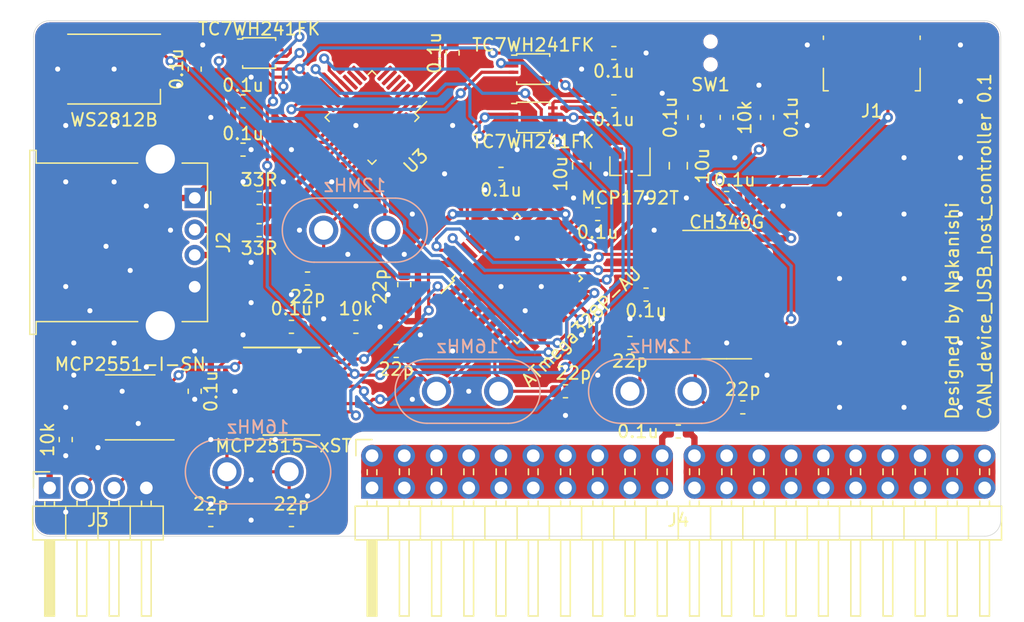
<source format=kicad_pcb>
(kicad_pcb (version 20171130) (host pcbnew "(5.1.4)-1")
  (layers (0 F.Cu signal) (31 B.Cu signal) (34 B.Paste user) (35 F.Paste user) (36 B.SilkS user) (37 F.SilkS user) (38 B.Mask user) (39 F.Mask user) (44 Edge.Cuts user))
  (net 0 "")
  (net 1 GND)
  (net 2 +5V)
  (net 3 "Net-(C2-Pad2)")
  (net 4 "Net-(C3-Pad2)")
  (net 5 "Net-(C5-Pad1)")
  (net 6 +3V3)
  (net 7 "Net-(C10-Pad2)")
  (net 8 "Net-(C11-Pad2)")
  (net 9 "Net-(C13-Pad1)")
  (net 10 "Net-(C16-Pad2)")
  (net 11 "Net-(C17-Pad2)")
  (net 12 RESET)
  (net 13 "Net-(C19-Pad2)")
  (net 14 "Net-(C20-Pad2)")
  (net 15 "Net-(J1-Pad4)")
  (net 16 "Net-(J1-Pad3)")
  (net 17 "Net-(J1-Pad2)")
  (net 18 "Net-(J2-Pad3)")
  (net 19 "Net-(J2-Pad2)")
  (net 20 CANH)
  (net 21 CANL)
  (net 22 "Net-(R1-Pad2)")
  (net 23 "Net-(R2-Pad1)")
  (net 24 "Net-(R4-Pad1)")
  (net 25 "Net-(R5-Pad1)")
  (net 26 MISO)
  (net 27 "INT_MAX3421E(3.3V)")
  (net 28 INT_MAX3421E)
  (net 29 "MISO(3.3V)")
  (net 30 "SS_MAX3421E(3.3V)")
  (net 31 "Net-(U2-Pad15)")
  (net 32 "Net-(U2-Pad14)")
  (net 33 "Net-(U2-Pad13)")
  (net 34 "Net-(U2-Pad12)")
  (net 35 "Net-(U2-Pad11)")
  (net 36 "Net-(U2-Pad9)")
  (net 37 D0_RXD)
  (net 38 D1_TXD)
  (net 39 "Net-(U3-Pad32)")
  (net 40 "Net-(U3-Pad31)")
  (net 41 "Net-(U3-Pad30)")
  (net 42 "Net-(U3-Pad29)")
  (net 43 "Net-(U3-Pad28)")
  (net 44 "Net-(U3-Pad27)")
  (net 45 "Net-(U3-Pad26)")
  (net 46 "Net-(U3-Pad22)")
  (net 47 "Net-(U3-Pad17)")
  (net 48 "MOSI(3.3V)")
  (net 49 "SCK(3.3V)")
  (net 50 "RESET(3.3V)")
  (net 51 "Net-(U3-Pad11)")
  (net 52 "Net-(U3-Pad10)")
  (net 53 "Net-(U3-Pad9)")
  (net 54 "Net-(U3-Pad8)")
  (net 55 "Net-(U3-Pad7)")
  (net 56 "Net-(U3-Pad6)")
  (net 57 "Net-(U3-Pad5)")
  (net 58 "Net-(U3-Pad4)")
  (net 59 "Net-(U3-Pad1)")
  (net 60 INT_MCP2515)
  (net 61 "Net-(U5-Pad28)")
  (net 62 "Net-(U5-Pad27)")
  (net 63 "Net-(U5-Pad26)")
  (net 64 "Net-(U5-Pad25)")
  (net 65 "Net-(U5-Pad24)")
  (net 66 "Net-(U5-Pad23)")
  (net 67 "Net-(U5-Pad22)")
  (net 68 "Net-(U5-Pad19)")
  (net 69 SCK)
  (net 70 MOSI)
  (net 71 SS_MAX3421E)
  (net 72 "Net-(U5-Pad12)")
  (net 73 "Net-(U5-Pad11)")
  (net 74 "Net-(U5-Pad9)")
  (net 75 "Net-(U5-Pad2)")
  (net 76 SS_MCP2515)
  (net 77 "Net-(U8-Pad15)")
  (net 78 "Net-(U8-Pad12)")
  (net 79 "Net-(U8-Pad11)")
  (net 80 "Net-(U8-Pad7)")
  (net 81 "Net-(U8-Pad6)")
  (net 82 "Net-(U8-Pad5)")
  (net 83 "Net-(U8-Pad4)")
  (net 84 "Net-(U8-Pad3)")
  (net 85 RXCAN)
  (net 86 TXCAN)
  (net 87 "Net-(U9-Pad5)")
  (net 88 "Net-(D1-Pad2)")
  (net 89 LED)
  (net 90 "Net-(C24-Pad2)")
  (net 91 "Net-(C24-Pad1)")
  (net 92 "Net-(C25-Pad2)")
  (module Package_QFP:LQFP-32_5x5mm_P0.5mm (layer F.Cu) (at 139.7 85.09 225)
    (fp_text reference U3 (at 0 -4.88 45) (layer F.SilkS))
    (fp_text value MAX3421E)
    (pad 32 smd roundrect (at -1.75 -3.175 225) (size 0.3 1.5) (layers F.Cu F.Paste F.Mask) (net 39 "Net-(U3-Pad32)"))
    (pad 31 smd roundrect (at -1.25 -3.175 225) (size 0.3 1.5) (layers F.Cu F.Paste F.Mask) (net 40 "Net-(U3-Pad31)"))
    (pad 30 smd roundrect (at -0.75 -3.175 225) (size 0.3 1.5) (layers F.Cu F.Paste F.Mask) (net 41 "Net-(U3-Pad30)"))
    (pad 29 smd roundrect (at -0.25 -3.175 225) (size 0.3 1.5) (layers F.Cu F.Paste F.Mask) (net 42 "Net-(U3-Pad29)"))
    (pad 28 smd roundrect (at 0.25 -3.175 225) (size 0.3 1.5) (layers F.Cu F.Paste F.Mask) (net 43 "Net-(U3-Pad28)"))
    (pad 27 smd roundrect (at 0.75 -3.175 225) (size 0.3 1.5) (layers F.Cu F.Paste F.Mask) (net 44 "Net-(U3-Pad27)"))
    (pad 26 smd roundrect (at 1.25 -3.175 225) (size 0.3 1.5) (layers F.Cu F.Paste F.Mask) (net 45 "Net-(U3-Pad26)"))
    (pad 25 smd roundrect (at 1.75 -3.175 225) (size 0.3 1.5) (layers F.Cu F.Paste F.Mask) (net 8 "Net-(C11-Pad2)"))
    (pad 24 smd roundrect (at 3.175 -1.75 225) (size 1.5 0.3) (layers F.Cu F.Paste F.Mask) (net 7 "Net-(C10-Pad2)"))
    (pad 23 smd roundrect (at 3.175 -1.25 225) (size 1.5 0.3) (layers F.Cu F.Paste F.Mask) (net 6 +3V3))
    (pad 22 smd roundrect (at 3.175 -0.75 225) (size 1.5 0.3) (layers F.Cu F.Paste F.Mask) (net 46 "Net-(U3-Pad22)"))
    (pad 21 smd roundrect (at 3.175 -0.25 225) (size 1.5 0.3) (layers F.Cu F.Paste F.Mask) (net 22 "Net-(R1-Pad2)"))
    (pad 20 smd roundrect (at 3.175 0.25 225) (size 1.5 0.3) (layers F.Cu F.Paste F.Mask) (net 23 "Net-(R2-Pad1)"))
    (pad 19 smd roundrect (at 3.175 0.75 225) (size 1.5 0.3) (layers F.Cu F.Paste F.Mask) (net 1 GND))
    (pad 18 smd roundrect (at 3.175 1.25 225) (size 1.5 0.3) (layers F.Cu F.Paste F.Mask) (net 27 "INT_MAX3421E(3.3V)"))
    (pad 17 smd roundrect (at 3.175 1.75 225) (size 1.5 0.3) (layers F.Cu F.Paste F.Mask) (net 47 "Net-(U3-Pad17)"))
    (pad 16 smd roundrect (at 1.75 3.175 225) (size 0.3 1.5) (layers F.Cu F.Paste F.Mask) (net 48 "MOSI(3.3V)"))
    (pad 15 smd roundrect (at 1.25 3.175 225) (size 0.3 1.5) (layers F.Cu F.Paste F.Mask) (net 29 "MISO(3.3V)"))
    (pad 14 smd roundrect (at 0.75 3.175 225) (size 0.3 1.5) (layers F.Cu F.Paste F.Mask) (net 30 "SS_MAX3421E(3.3V)"))
    (pad 13 smd roundrect (at 0.25 3.175 225) (size 0.3 1.5) (layers F.Cu F.Paste F.Mask) (net 49 "SCK(3.3V)"))
    (pad 12 smd roundrect (at -0.25 3.175 225) (size 0.3 1.5) (layers F.Cu F.Paste F.Mask) (net 50 "RESET(3.3V)"))
    (pad 11 smd roundrect (at -0.75 3.175 225) (size 0.3 1.5) (layers F.Cu F.Paste F.Mask) (net 51 "Net-(U3-Pad11)"))
    (pad 10 smd roundrect (at -1.25 3.175 225) (size 0.3 1.5) (layers F.Cu F.Paste F.Mask) (net 52 "Net-(U3-Pad10)"))
    (pad 9 smd roundrect (at -1.75 3.175 225) (size 0.3 1.5) (layers F.Cu F.Paste F.Mask) (net 53 "Net-(U3-Pad9)"))
    (pad 8 smd roundrect (at -3.175 1.75 225) (size 1.5 0.3) (layers F.Cu F.Paste F.Mask) (net 54 "Net-(U3-Pad8)"))
    (pad 7 smd roundrect (at -3.175 1.25 225) (size 1.5 0.3) (layers F.Cu F.Paste F.Mask) (net 55 "Net-(U3-Pad7)"))
    (pad 6 smd roundrect (at -3.175 0.75 225) (size 1.5 0.3) (layers F.Cu F.Paste F.Mask) (net 56 "Net-(U3-Pad6)"))
    (pad 5 smd roundrect (at -3.175 0.25 225) (size 1.5 0.3) (layers F.Cu F.Paste F.Mask) (net 57 "Net-(U3-Pad5)"))
    (pad 4 smd roundrect (at -3.175 -0.25 225) (size 1.5 0.3) (layers F.Cu F.Paste F.Mask) (net 58 "Net-(U3-Pad4)"))
    (pad 3 smd roundrect (at -3.175 -0.75 225) (size 1.5 0.3) (layers F.Cu F.Paste F.Mask) (net 1 GND))
    (pad 2 smd roundrect (at -3.175 -1.25 225) (size 1.5 0.3) (layers F.Cu F.Paste F.Mask) (net 6 +3V3))
    (pad 1 smd roundrect (at -3.175 -1.75 225) (size 1.5 0.3) (layers F.Cu F.Paste F.Mask) (net 59 "Net-(U3-Pad1)"))
  )
  (module Capacitor_SMD:C_0603_1608Metric (layer F.Cu) (at 170.815 85.09 270)
    (fp_text reference C25)
    (fp_text value 0.1u (at 0 -1.905 90) (layer F.SilkS))
    (pad 2 smd roundrect (at 0.7875 0 270) (size 0.875 0.95) (layers F.Cu F.Paste F.Mask) (net 92 "Net-(C25-Pad2)"))
    (pad 1 smd roundrect (at -0.7875 0 270) (size 0.875 0.95) (layers F.Cu F.Paste F.Mask) (net 12 RESET))
  )
  (module Capacitor_SMD:C_0603_1608Metric (layer F.Cu) (at 163.83 109.855)
    (fp_text reference C24)
    (fp_text value 0.1u (at -3.175 0) (layer F.SilkS))
    (pad 2 smd roundrect (at 0.7875 0) (size 0.875 0.95) (layers F.Cu F.Paste F.Mask) (net 90 "Net-(C24-Pad2)"))
    (pad 1 smd roundrect (at -0.7875 0) (size 0.875 0.95) (layers F.Cu F.Paste F.Mask) (net 91 "Net-(C24-Pad1)"))
  )
  (module LED_SMD:LED_WS2812B_PLCC4_5.0x5.0mm_P3.2mm (layer F.Cu) (at 119.38 81.28)
    (fp_text reference D1)
    (fp_text value WS2812B (at 0 4) (layer F.SilkS))
    (pad 1 smd rect (at -2.45 -1.6) (size 1.5 1) (layers F.Cu F.Paste F.Mask) (net 2 +5V))
    (pad 2 smd rect (at -2.45 1.6) (size 1.5 1) (layers F.Cu F.Paste F.Mask) (net 88 "Net-(D1-Pad2)"))
    (pad 4 smd rect (at 2.45 -1.6) (size 1.5 1) (layers F.Cu F.Paste F.Mask) (net 89 LED))
    (pad 3 smd rect (at 2.45 1.6) (size 1.5 1) (layers F.Cu F.Paste F.Mask) (net 1 GND))
  )
  (module Capacitor_SMD:C_0603_1608Metric (layer F.Cu) (at 125.73 81.28 270)
    (fp_text reference C23)
    (fp_text value 0.1u (at 0 1.43 90) (layer F.SilkS))
    (pad 2 smd roundrect (at 0.7875 0 270) (size 0.875 0.95) (layers F.Cu F.Paste F.Mask) (net 1 GND))
    (pad 1 smd roundrect (at -0.7875 0 270) (size 0.875 0.95) (layers F.Cu F.Paste F.Mask) (net 2 +5V))
  )
  (module Crystal:Crystal_HC50_Vertical (layer B.Cu) (at 128.27 113.03)
    (fp_text reference Y4)
    (fp_text value 16MHz (at 2.45 -3.525) (layer B.SilkS) (effects (justify mirror)))
    (pad 2 thru_hole circle (at 4.9 0) (size 2.3 2.3) (drill 1.5) (layers *.Cu *.Mask) (net 14 "Net-(C20-Pad2)"))
    (pad 1 thru_hole circle (at 0 0) (size 2.3 2.3) (drill 1.5) (layers *.Cu *.Mask) (net 13 "Net-(C19-Pad2)"))
  )
  (module Crystal:Crystal_HC50_Vertical (layer B.Cu) (at 144.78 106.68)
    (fp_text reference Y3)
    (fp_text value 16MHz (at 2.45 -3.525) (layer B.SilkS) (effects (justify mirror)))
    (pad 2 thru_hole circle (at 4.9 0) (size 2.3 2.3) (drill 1.5) (layers *.Cu *.Mask) (net 11 "Net-(C17-Pad2)"))
    (pad 1 thru_hole circle (at 0 0) (size 2.3 2.3) (drill 1.5) (layers *.Cu *.Mask) (net 10 "Net-(C16-Pad2)"))
  )
  (module Crystal:Crystal_HC50_Vertical (layer B.Cu) (at 135.89 93.98)
    (fp_text reference Y2)
    (fp_text value 12MHz (at 2.45 -3.525) (layer B.SilkS) (effects (justify mirror)))
    (pad 2 thru_hole circle (at 4.9 0) (size 2.3 2.3) (drill 1.5) (layers *.Cu *.Mask) (net 8 "Net-(C11-Pad2)"))
    (pad 1 thru_hole circle (at 0 0) (size 2.3 2.3) (drill 1.5) (layers *.Cu *.Mask) (net 7 "Net-(C10-Pad2)"))
  )
  (module Crystal:Crystal_HC50_Vertical (layer B.Cu) (at 160.02 106.68)
    (fp_text reference Y1)
    (fp_text value 12MHz (at 2.45 -3.525) (layer B.SilkS) (effects (justify mirror)))
    (pad 2 thru_hole circle (at 4.9 0) (size 2.3 2.3) (drill 1.5) (layers *.Cu *.Mask) (net 4 "Net-(C3-Pad2)"))
    (pad 1 thru_hole circle (at 0 0) (size 2.3 2.3) (drill 1.5) (layers *.Cu *.Mask) (net 3 "Net-(C2-Pad2)"))
  )
  (module Package_SO:SOIC-8_3.9x4.9mm_P1.27mm (layer F.Cu) (at 120.65 107.95 180)
    (fp_text reference U9)
    (fp_text value MCP2551-I-SN (at 0 3.4) (layer F.SilkS))
    (pad 8 smd roundrect (at 2.475 -1.905 180) (size 1.95 0.6) (layers F.Cu F.Paste F.Mask) (net 25 "Net-(R5-Pad1)"))
    (pad 7 smd roundrect (at 2.475 -0.635 180) (size 1.95 0.6) (layers F.Cu F.Paste F.Mask) (net 20 CANH))
    (pad 6 smd roundrect (at 2.475 0.635 180) (size 1.95 0.6) (layers F.Cu F.Paste F.Mask) (net 21 CANL))
    (pad 5 smd roundrect (at 2.475 1.905 180) (size 1.95 0.6) (layers F.Cu F.Paste F.Mask) (net 87 "Net-(U9-Pad5)"))
    (pad 4 smd roundrect (at -2.475 1.905 180) (size 1.95 0.6) (layers F.Cu F.Paste F.Mask) (net 85 RXCAN))
    (pad 3 smd roundrect (at -2.475 0.635 180) (size 1.95 0.6) (layers F.Cu F.Paste F.Mask) (net 2 +5V))
    (pad 2 smd roundrect (at -2.475 -0.635 180) (size 1.95 0.6) (layers F.Cu F.Paste F.Mask) (net 1 GND))
    (pad 1 smd roundrect (at -2.475 -1.905 180) (size 1.95 0.6) (layers F.Cu F.Paste F.Mask) (net 86 TXCAN))
  )
  (module Package_SO:TSSOP-20_4.4x6.5mm_P0.65mm (layer F.Cu) (at 133.35 106.68)
    (fp_text reference U8)
    (fp_text value MCP2515-xST (at -0.635 4.3) (layer F.SilkS))
    (pad 20 smd rect (at 2.95 -2.925) (size 1.45 0.45) (layers F.Cu F.Paste F.Mask) (net 2 +5V))
    (pad 19 smd rect (at 2.95 -2.275) (size 1.45 0.45) (layers F.Cu F.Paste F.Mask) (net 24 "Net-(R4-Pad1)"))
    (pad 18 smd rect (at 2.95 -1.625) (size 1.45 0.45) (layers F.Cu F.Paste F.Mask) (net 76 SS_MCP2515))
    (pad 17 smd rect (at 2.95 -0.975) (size 1.45 0.45) (layers F.Cu F.Paste F.Mask) (net 26 MISO))
    (pad 16 smd rect (at 2.95 -0.325) (size 1.45 0.45) (layers F.Cu F.Paste F.Mask) (net 70 MOSI))
    (pad 15 smd rect (at 2.95 0.325) (size 1.45 0.45) (layers F.Cu F.Paste F.Mask) (net 77 "Net-(U8-Pad15)"))
    (pad 14 smd rect (at 2.95 0.975) (size 1.45 0.45) (layers F.Cu F.Paste F.Mask) (net 69 SCK))
    (pad 13 smd rect (at 2.95 1.625) (size 1.45 0.45) (layers F.Cu F.Paste F.Mask) (net 60 INT_MCP2515))
    (pad 12 smd rect (at 2.95 2.275) (size 1.45 0.45) (layers F.Cu F.Paste F.Mask) (net 78 "Net-(U8-Pad12)"))
    (pad 11 smd rect (at 2.95 2.925) (size 1.45 0.45) (layers F.Cu F.Paste F.Mask) (net 79 "Net-(U8-Pad11)"))
    (pad 10 smd rect (at -2.95 2.925) (size 1.45 0.45) (layers F.Cu F.Paste F.Mask) (net 1 GND))
    (pad 9 smd rect (at -2.95 2.275) (size 1.45 0.45) (layers F.Cu F.Paste F.Mask) (net 14 "Net-(C20-Pad2)"))
    (pad 8 smd rect (at -2.95 1.625) (size 1.45 0.45) (layers F.Cu F.Paste F.Mask) (net 13 "Net-(C19-Pad2)"))
    (pad 7 smd rect (at -2.95 0.975) (size 1.45 0.45) (layers F.Cu F.Paste F.Mask) (net 80 "Net-(U8-Pad7)"))
    (pad 6 smd rect (at -2.95 0.325) (size 1.45 0.45) (layers F.Cu F.Paste F.Mask) (net 81 "Net-(U8-Pad6)"))
    (pad 5 smd rect (at -2.95 -0.325) (size 1.45 0.45) (layers F.Cu F.Paste F.Mask) (net 82 "Net-(U8-Pad5)"))
    (pad 4 smd rect (at -2.95 -0.975) (size 1.45 0.45) (layers F.Cu F.Paste F.Mask) (net 83 "Net-(U8-Pad4)"))
    (pad 3 smd rect (at -2.95 -1.625) (size 1.45 0.45) (layers F.Cu F.Paste F.Mask) (net 84 "Net-(U8-Pad3)"))
    (pad 2 smd rect (at -2.95 -2.275) (size 1.45 0.45) (layers F.Cu F.Paste F.Mask) (net 85 RXCAN))
    (pad 1 smd rect (at -2.95 -2.925) (size 1.45 0.45) (layers F.Cu F.Paste F.Mask) (net 86 TXCAN))
  )
  (module Package_SO:VSSOP-8_2.4x2.1mm_P0.5mm (layer F.Cu) (at 152.4 81.28)
    (fp_text reference U7)
    (fp_text value TC7WH241FK (at 0 -1.905) (layer F.SilkS))
    (pad 8 smd rect (at 1.55 -0.75) (size 0.75 0.25) (layers F.Cu F.Paste F.Mask) (net 6 +3V3))
    (pad 7 smd rect (at 1.55 -0.25) (size 0.75 0.25) (layers F.Cu F.Paste F.Mask) (net 6 +3V3))
    (pad 6 smd rect (at 1.55 0.25) (size 0.75 0.25) (layers F.Cu F.Paste F.Mask) (net 30 "SS_MAX3421E(3.3V)"))
    (pad 5 smd rect (at 1.55 0.75) (size 0.75 0.25) (layers F.Cu F.Paste F.Mask) (net 70 MOSI))
    (pad 4 smd rect (at -1.55 0.75) (size 0.75 0.25) (layers F.Cu F.Paste F.Mask) (net 1 GND))
    (pad 3 smd rect (at -1.55 0.25) (size 0.75 0.25) (layers F.Cu F.Paste F.Mask) (net 48 "MOSI(3.3V)"))
    (pad 2 smd rect (at -1.55 -0.25) (size 0.75 0.25) (layers F.Cu F.Paste F.Mask) (net 71 SS_MAX3421E))
    (pad 1 smd rect (at -1.55 -0.75) (size 0.75 0.25) (layers F.Cu F.Paste F.Mask) (net 1 GND))
  )
  (module Package_SO:VSSOP-8_2.4x2.1mm_P0.5mm (layer F.Cu) (at 152.4 85.09)
    (fp_text reference U6)
    (fp_text value TC7WH241FK (at 0 1.905) (layer F.SilkS))
    (pad 8 smd rect (at 1.55 -0.75) (size 0.75 0.25) (layers F.Cu F.Paste F.Mask) (net 6 +3V3))
    (pad 7 smd rect (at 1.55 -0.25) (size 0.75 0.25) (layers F.Cu F.Paste F.Mask) (net 6 +3V3))
    (pad 6 smd rect (at 1.55 0.25) (size 0.75 0.25) (layers F.Cu F.Paste F.Mask) (net 50 "RESET(3.3V)"))
    (pad 5 smd rect (at 1.55 0.75) (size 0.75 0.25) (layers F.Cu F.Paste F.Mask) (net 69 SCK))
    (pad 4 smd rect (at -1.55 0.75) (size 0.75 0.25) (layers F.Cu F.Paste F.Mask) (net 1 GND))
    (pad 3 smd rect (at -1.55 0.25) (size 0.75 0.25) (layers F.Cu F.Paste F.Mask) (net 49 "SCK(3.3V)"))
    (pad 2 smd rect (at -1.55 -0.25) (size 0.75 0.25) (layers F.Cu F.Paste F.Mask) (net 12 RESET))
    (pad 1 smd rect (at -1.55 -0.75) (size 0.75 0.25) (layers F.Cu F.Paste F.Mask) (net 1 GND))
  )
  (module Package_QFP:TQFP-32_7x7mm_P0.8mm (layer F.Cu) (at 151.13 97.79 45)
    (fp_text reference U5)
    (fp_text value ATmega328P-AU (at 0.898026 6.286179 45) (layer F.SilkS))
    (pad 32 smd rect (at -2.8 -4.25 135) (size 1.6 0.55) (layers F.Cu F.Paste F.Mask) (net 60 INT_MCP2515))
    (pad 31 smd rect (at -2 -4.25 135) (size 1.6 0.55) (layers F.Cu F.Paste F.Mask) (net 38 D1_TXD))
    (pad 30 smd rect (at -1.2 -4.25 135) (size 1.6 0.55) (layers F.Cu F.Paste F.Mask) (net 37 D0_RXD))
    (pad 29 smd rect (at -0.4 -4.25 135) (size 1.6 0.55) (layers F.Cu F.Paste F.Mask) (net 12 RESET))
    (pad 28 smd rect (at 0.4 -4.25 135) (size 1.6 0.55) (layers F.Cu F.Paste F.Mask) (net 61 "Net-(U5-Pad28)"))
    (pad 27 smd rect (at 1.2 -4.25 135) (size 1.6 0.55) (layers F.Cu F.Paste F.Mask) (net 62 "Net-(U5-Pad27)"))
    (pad 26 smd rect (at 2 -4.25 135) (size 1.6 0.55) (layers F.Cu F.Paste F.Mask) (net 63 "Net-(U5-Pad26)"))
    (pad 25 smd rect (at 2.8 -4.25 135) (size 1.6 0.55) (layers F.Cu F.Paste F.Mask) (net 64 "Net-(U5-Pad25)"))
    (pad 24 smd rect (at 4.25 -2.8 45) (size 1.6 0.55) (layers F.Cu F.Paste F.Mask) (net 65 "Net-(U5-Pad24)"))
    (pad 23 smd rect (at 4.25 -2 45) (size 1.6 0.55) (layers F.Cu F.Paste F.Mask) (net 66 "Net-(U5-Pad23)"))
    (pad 22 smd rect (at 4.25 -1.2 45) (size 1.6 0.55) (layers F.Cu F.Paste F.Mask) (net 67 "Net-(U5-Pad22)"))
    (pad 21 smd rect (at 4.25 -0.4 45) (size 1.6 0.55) (layers F.Cu F.Paste F.Mask) (net 1 GND))
    (pad 20 smd rect (at 4.25 0.4 45) (size 1.6 0.55) (layers F.Cu F.Paste F.Mask) (net 9 "Net-(C13-Pad1)"))
    (pad 19 smd rect (at 4.25 1.2 45) (size 1.6 0.55) (layers F.Cu F.Paste F.Mask) (net 68 "Net-(U5-Pad19)"))
    (pad 18 smd rect (at 4.25 2 45) (size 1.6 0.55) (layers F.Cu F.Paste F.Mask) (net 2 +5V))
    (pad 17 smd rect (at 4.25 2.8 45) (size 1.6 0.55) (layers F.Cu F.Paste F.Mask) (net 69 SCK))
    (pad 16 smd rect (at 2.8 4.25 135) (size 1.6 0.55) (layers F.Cu F.Paste F.Mask) (net 26 MISO))
    (pad 15 smd rect (at 2 4.25 135) (size 1.6 0.55) (layers F.Cu F.Paste F.Mask) (net 70 MOSI))
    (pad 14 smd rect (at 1.2 4.25 135) (size 1.6 0.55) (layers F.Cu F.Paste F.Mask) (net 71 SS_MAX3421E))
    (pad 13 smd rect (at 0.4 4.25 135) (size 1.6 0.55) (layers F.Cu F.Paste F.Mask) (net 28 INT_MAX3421E))
    (pad 12 smd rect (at -0.4 4.25 135) (size 1.6 0.55) (layers F.Cu F.Paste F.Mask) (net 72 "Net-(U5-Pad12)"))
    (pad 11 smd rect (at -1.2 4.25 135) (size 1.6 0.55) (layers F.Cu F.Paste F.Mask) (net 73 "Net-(U5-Pad11)"))
    (pad 10 smd rect (at -2 4.25 135) (size 1.6 0.55) (layers F.Cu F.Paste F.Mask) (net 89 LED))
    (pad 9 smd rect (at -2.8 4.25 135) (size 1.6 0.55) (layers F.Cu F.Paste F.Mask) (net 74 "Net-(U5-Pad9)"))
    (pad 8 smd rect (at -4.25 2.8 45) (size 1.6 0.55) (layers F.Cu F.Paste F.Mask) (net 11 "Net-(C17-Pad2)"))
    (pad 7 smd rect (at -4.25 2 45) (size 1.6 0.55) (layers F.Cu F.Paste F.Mask) (net 10 "Net-(C16-Pad2)"))
    (pad 6 smd rect (at -4.25 1.2 45) (size 1.6 0.55) (layers F.Cu F.Paste F.Mask) (net 2 +5V))
    (pad 5 smd rect (at -4.25 0.4 45) (size 1.6 0.55) (layers F.Cu F.Paste F.Mask) (net 1 GND))
    (pad 4 smd rect (at -4.25 -0.4 45) (size 1.6 0.55) (layers F.Cu F.Paste F.Mask) (net 2 +5V))
    (pad 3 smd rect (at -4.25 -1.2 45) (size 1.6 0.55) (layers F.Cu F.Paste F.Mask) (net 1 GND))
    (pad 2 smd rect (at -4.25 -2 45) (size 1.6 0.55) (layers F.Cu F.Paste F.Mask) (net 75 "Net-(U5-Pad2)"))
    (pad 1 smd rect (at -4.25 -2.8 45) (size 1.6 0.55) (layers F.Cu F.Paste F.Mask) (net 76 SS_MCP2515))
  )
  (module Package_TO_SOT_SMD:SOT-23 (layer F.Cu) (at 160.02 88.9 270)
    (fp_text reference U4)
    (fp_text value MCP1792T (at 2.54 0 180) (layer F.SilkS))
    (pad 3 smd rect (at 1 0 270) (size 0.9 0.8) (layers F.Cu F.Paste F.Mask) (net 2 +5V))
    (pad 2 smd rect (at -1 0.95 270) (size 0.9 0.8) (layers F.Cu F.Paste F.Mask) (net 6 +3V3))
    (pad 1 smd rect (at -1 -0.95 270) (size 0.9 0.8) (layers F.Cu F.Paste F.Mask) (net 1 GND))
  )
  (module Package_SO:SOIC-16_3.9x9.9mm_P1.27mm (layer F.Cu) (at 167.64 99.06)
    (fp_text reference U2)
    (fp_text value CH340G (at 0 -5.715) (layer F.SilkS))
    (pad 16 smd roundrect (at 2.475 -4.445) (size 1.95 0.6) (layers F.Cu F.Paste F.Mask) (net 2 +5V))
    (pad 15 smd roundrect (at 2.475 -3.175) (size 1.95 0.6) (layers F.Cu F.Paste F.Mask) (net 31 "Net-(U2-Pad15)"))
    (pad 14 smd roundrect (at 2.475 -1.905) (size 1.95 0.6) (layers F.Cu F.Paste F.Mask) (net 32 "Net-(U2-Pad14)"))
    (pad 13 smd roundrect (at 2.475 -0.635) (size 1.95 0.6) (layers F.Cu F.Paste F.Mask) (net 33 "Net-(U2-Pad13)"))
    (pad 12 smd roundrect (at 2.475 0.635) (size 1.95 0.6) (layers F.Cu F.Paste F.Mask) (net 34 "Net-(U2-Pad12)"))
    (pad 11 smd roundrect (at 2.475 1.905) (size 1.95 0.6) (layers F.Cu F.Paste F.Mask) (net 35 "Net-(U2-Pad11)"))
    (pad 10 smd roundrect (at 2.475 3.175) (size 1.95 0.6) (layers F.Cu F.Paste F.Mask) (net 92 "Net-(C25-Pad2)"))
    (pad 9 smd roundrect (at 2.475 4.445) (size 1.95 0.6) (layers F.Cu F.Paste F.Mask) (net 36 "Net-(U2-Pad9)"))
    (pad 8 smd roundrect (at -2.475 4.445) (size 1.95 0.6) (layers F.Cu F.Paste F.Mask) (net 4 "Net-(C3-Pad2)"))
    (pad 7 smd roundrect (at -2.475 3.175) (size 1.95 0.6) (layers F.Cu F.Paste F.Mask) (net 3 "Net-(C2-Pad2)"))
    (pad 6 smd roundrect (at -2.475 1.905) (size 1.95 0.6) (layers F.Cu F.Paste F.Mask) (net 17 "Net-(J1-Pad2)"))
    (pad 5 smd roundrect (at -2.475 0.635) (size 1.95 0.6) (layers F.Cu F.Paste F.Mask) (net 16 "Net-(J1-Pad3)"))
    (pad 4 smd roundrect (at -2.475 -0.635) (size 1.95 0.6) (layers F.Cu F.Paste F.Mask) (net 5 "Net-(C5-Pad1)"))
    (pad 3 smd roundrect (at -2.475 -1.905) (size 1.95 0.6) (layers F.Cu F.Paste F.Mask) (net 37 D0_RXD))
    (pad 2 smd roundrect (at -2.475 -3.175) (size 1.95 0.6) (layers F.Cu F.Paste F.Mask) (net 38 D1_TXD))
    (pad 1 smd roundrect (at -2.475 -4.445) (size 1.95 0.6) (layers F.Cu F.Paste F.Mask) (net 1 GND))
  )
  (module Package_SO:VSSOP-8_2.4x2.1mm_P0.5mm (layer F.Cu) (at 130.81 80.01)
    (fp_text reference U1)
    (fp_text value TC7WH241FK (at 0 -1.905) (layer F.SilkS))
    (pad 8 smd rect (at 1.55 -0.75) (size 0.75 0.25) (layers F.Cu F.Paste F.Mask) (net 2 +5V))
    (pad 7 smd rect (at 1.55 -0.25) (size 0.75 0.25) (layers F.Cu F.Paste F.Mask) (net 2 +5V))
    (pad 6 smd rect (at 1.55 0.25) (size 0.75 0.25) (layers F.Cu F.Paste F.Mask) (net 26 MISO))
    (pad 5 smd rect (at 1.55 0.75) (size 0.75 0.25) (layers F.Cu F.Paste F.Mask) (net 27 "INT_MAX3421E(3.3V)"))
    (pad 4 smd rect (at -1.55 0.75) (size 0.75 0.25) (layers F.Cu F.Paste F.Mask) (net 1 GND))
    (pad 3 smd rect (at -1.55 0.25) (size 0.75 0.25) (layers F.Cu F.Paste F.Mask) (net 28 INT_MAX3421E))
    (pad 2 smd rect (at -1.55 -0.25) (size 0.75 0.25) (layers F.Cu F.Paste F.Mask) (net 29 "MISO(3.3V)"))
    (pad 1 smd rect (at -1.55 -0.75) (size 0.75 0.25) (layers F.Cu F.Paste F.Mask) (net 30 "SS_MAX3421E(3.3V)"))
  )
  (module RobotClub_footprint:switch_smd (layer F.Cu) (at 166.37 80.01 270)
    (fp_text reference SW1 (at 2.5 0) (layer F.SilkS))
    (fp_text value SW_Push)
    (pad 1 smd roundrect (at 0 2.225 270) (size 1.6 1.05) (layers F.Cu F.Paste F.Mask) (roundrect_rratio 0.125) (net 12 RESET))
    (pad 2 smd roundrect (at 0 -2.225 270) (size 1.6 1.05) (layers F.Cu F.Paste F.Mask) (roundrect_rratio 0.125) (net 1 GND))
    (pad "" np_thru_hole circle (at 0.9 0 270) (size 0.75 0.75) (drill 0.75) (layers *.Cu *.Mask))
    (pad "" np_thru_hole circle (at -0.9 0 270) (size 0.75 0.75) (drill 0.75) (layers *.Cu *.Mask))
  )
  (module Resistor_SMD:R_0603_1608Metric (layer F.Cu) (at 115.57 110.49 270)
    (fp_text reference R5)
    (fp_text value 10k (at 0 1.43 90) (layer F.SilkS))
    (pad 1 smd roundrect (at -0.7875 0 270) (size 0.875 0.95) (layers F.Cu F.Paste F.Mask) (net 25 "Net-(R5-Pad1)"))
    (pad 2 smd roundrect (at 0.7875 0 270) (size 0.875 0.95) (layers F.Cu F.Paste F.Mask) (net 1 GND))
  )
  (module Resistor_SMD:R_0603_1608Metric (layer F.Cu) (at 138.43 101.6 180)
    (fp_text reference R4)
    (fp_text value 10k (at 0 1.43) (layer F.SilkS))
    (pad 2 smd roundrect (at 0.7875 0 180) (size 0.875 0.95) (layers F.Cu F.Paste F.Mask) (net 2 +5V))
    (pad 1 smd roundrect (at -0.7875 0 180) (size 0.875 0.95) (layers F.Cu F.Paste F.Mask) (net 24 "Net-(R4-Pad1)"))
  )
  (module Resistor_SMD:R_0603_1608Metric (layer F.Cu) (at 167.64 85.09 90)
    (fp_text reference R3)
    (fp_text value 10k (at 0 1.43 90) (layer F.SilkS))
    (pad 2 smd roundrect (at 0.7875 0 90) (size 0.875 0.95) (layers F.Cu F.Paste F.Mask) (net 12 RESET))
    (pad 1 smd roundrect (at -0.7875 0 90) (size 0.875 0.95) (layers F.Cu F.Paste F.Mask) (net 2 +5V))
  )
  (module Resistor_SMD:R_0603_1608Metric (layer F.Cu) (at 130.81 91.44 180)
    (fp_text reference R2)
    (fp_text value 33R (at 0 1.43) (layer F.SilkS))
    (pad 2 smd roundrect (at 0.7875 0 180) (size 0.875 0.95) (layers F.Cu F.Paste F.Mask) (net 19 "Net-(J2-Pad2)"))
    (pad 1 smd roundrect (at -0.7875 0 180) (size 0.875 0.95) (layers F.Cu F.Paste F.Mask) (net 23 "Net-(R2-Pad1)"))
  )
  (module Resistor_SMD:R_0603_1608Metric (layer F.Cu) (at 130.81 93.98)
    (fp_text reference R1)
    (fp_text value 33R (at 0 1.43) (layer F.SilkS))
    (pad 2 smd roundrect (at 0.7875 0) (size 0.875 0.95) (layers F.Cu F.Paste F.Mask) (net 22 "Net-(R1-Pad2)"))
    (pad 1 smd roundrect (at -0.7875 0) (size 0.875 0.95) (layers F.Cu F.Paste F.Mask) (net 18 "Net-(J2-Pad3)"))
  )
  (module RobotClub_footprint:PinHeader_2x20_P2.54mm_Horizontal_Mirror (layer F.Cu) (at 139.7 111.76 90)
    (fp_text reference J4 (at -5.08 24.13 180) (layer F.SilkS))
    (fp_text value Conn_02x20_Odd_Even)
    (pad 1 thru_hole rect (at -2.54 0 90) (size 1.7 1.7) (drill 1) (layers *.Cu *.Mask) (net 91 "Net-(C24-Pad1)"))
    (pad 2 thru_hole oval (at 0 0 90) (size 1.7 1.7) (drill 1) (layers *.Cu *.Mask) (net 91 "Net-(C24-Pad1)"))
    (pad 3 thru_hole oval (at -2.54 2.54 90) (size 1.7 1.7) (drill 1) (layers *.Cu *.Mask) (net 91 "Net-(C24-Pad1)"))
    (pad 4 thru_hole oval (at 0 2.54 90) (size 1.7 1.7) (drill 1) (layers *.Cu *.Mask) (net 91 "Net-(C24-Pad1)"))
    (pad 5 thru_hole oval (at -2.54 5.08 90) (size 1.7 1.7) (drill 1) (layers *.Cu *.Mask) (net 91 "Net-(C24-Pad1)"))
    (pad 6 thru_hole oval (at 0 5.08 90) (size 1.7 1.7) (drill 1) (layers *.Cu *.Mask) (net 91 "Net-(C24-Pad1)"))
    (pad 7 thru_hole oval (at -2.54 7.62 90) (size 1.7 1.7) (drill 1) (layers *.Cu *.Mask) (net 91 "Net-(C24-Pad1)"))
    (pad 8 thru_hole oval (at 0 7.62 90) (size 1.7 1.7) (drill 1) (layers *.Cu *.Mask) (net 91 "Net-(C24-Pad1)"))
    (pad 9 thru_hole oval (at -2.54 10.16 90) (size 1.7 1.7) (drill 1) (layers *.Cu *.Mask) (net 91 "Net-(C24-Pad1)"))
    (pad 10 thru_hole oval (at 0 10.16 90) (size 1.7 1.7) (drill 1) (layers *.Cu *.Mask) (net 91 "Net-(C24-Pad1)"))
    (pad 11 thru_hole oval (at -2.54 12.7 90) (size 1.7 1.7) (drill 1) (layers *.Cu *.Mask) (net 91 "Net-(C24-Pad1)"))
    (pad 12 thru_hole oval (at 0 12.7 90) (size 1.7 1.7) (drill 1) (layers *.Cu *.Mask) (net 91 "Net-(C24-Pad1)"))
    (pad 13 thru_hole oval (at -2.54 15.24 90) (size 1.7 1.7) (drill 1) (layers *.Cu *.Mask) (net 91 "Net-(C24-Pad1)"))
    (pad 14 thru_hole oval (at 0 15.24 90) (size 1.7 1.7) (drill 1) (layers *.Cu *.Mask) (net 91 "Net-(C24-Pad1)"))
    (pad 15 thru_hole oval (at -2.54 17.78 90) (size 1.7 1.7) (drill 1) (layers *.Cu *.Mask) (net 91 "Net-(C24-Pad1)"))
    (pad 16 thru_hole oval (at 0 17.78 90) (size 1.7 1.7) (drill 1) (layers *.Cu *.Mask) (net 91 "Net-(C24-Pad1)"))
    (pad 17 thru_hole oval (at -2.54 20.32 90) (size 1.7 1.7) (drill 1) (layers *.Cu *.Mask) (net 91 "Net-(C24-Pad1)"))
    (pad 18 thru_hole oval (at 0 20.32 90) (size 1.7 1.7) (drill 1) (layers *.Cu *.Mask) (net 91 "Net-(C24-Pad1)"))
    (pad 19 thru_hole oval (at -2.54 22.86 90) (size 1.7 1.7) (drill 1) (layers *.Cu *.Mask) (net 91 "Net-(C24-Pad1)"))
    (pad 20 thru_hole oval (at 0 22.86 90) (size 1.7 1.7) (drill 1) (layers *.Cu *.Mask) (net 91 "Net-(C24-Pad1)"))
    (pad 21 thru_hole oval (at -2.54 25.4 90) (size 1.7 1.7) (drill 1) (layers *.Cu *.Mask) (net 90 "Net-(C24-Pad2)"))
    (pad 22 thru_hole oval (at 0 25.4 90) (size 1.7 1.7) (drill 1) (layers *.Cu *.Mask) (net 90 "Net-(C24-Pad2)"))
    (pad 23 thru_hole oval (at -2.54 27.94 90) (size 1.7 1.7) (drill 1) (layers *.Cu *.Mask) (net 90 "Net-(C24-Pad2)"))
    (pad 24 thru_hole oval (at 0 27.94 90) (size 1.7 1.7) (drill 1) (layers *.Cu *.Mask) (net 90 "Net-(C24-Pad2)"))
    (pad 25 thru_hole oval (at -2.54 30.48 90) (size 1.7 1.7) (drill 1) (layers *.Cu *.Mask) (net 90 "Net-(C24-Pad2)"))
    (pad 26 thru_hole oval (at 0 30.48 90) (size 1.7 1.7) (drill 1) (layers *.Cu *.Mask) (net 90 "Net-(C24-Pad2)"))
    (pad 27 thru_hole oval (at -2.54 33.02 90) (size 1.7 1.7) (drill 1) (layers *.Cu *.Mask) (net 90 "Net-(C24-Pad2)"))
    (pad 28 thru_hole oval (at 0 33.02 90) (size 1.7 1.7) (drill 1) (layers *.Cu *.Mask) (net 90 "Net-(C24-Pad2)"))
    (pad 29 thru_hole oval (at -2.54 35.56 90) (size 1.7 1.7) (drill 1) (layers *.Cu *.Mask) (net 90 "Net-(C24-Pad2)"))
    (pad 30 thru_hole oval (at 0 35.56 90) (size 1.7 1.7) (drill 1) (layers *.Cu *.Mask) (net 90 "Net-(C24-Pad2)"))
    (pad 31 thru_hole oval (at -2.54 38.1 90) (size 1.7 1.7) (drill 1) (layers *.Cu *.Mask) (net 90 "Net-(C24-Pad2)"))
    (pad 32 thru_hole oval (at 0 38.1 90) (size 1.7 1.7) (drill 1) (layers *.Cu *.Mask) (net 90 "Net-(C24-Pad2)"))
    (pad 33 thru_hole oval (at -2.54 40.64 90) (size 1.7 1.7) (drill 1) (layers *.Cu *.Mask) (net 90 "Net-(C24-Pad2)"))
    (pad 34 thru_hole oval (at 0 40.64 90) (size 1.7 1.7) (drill 1) (layers *.Cu *.Mask) (net 90 "Net-(C24-Pad2)"))
    (pad 35 thru_hole oval (at -2.54 43.18 90) (size 1.7 1.7) (drill 1) (layers *.Cu *.Mask) (net 90 "Net-(C24-Pad2)"))
    (pad 36 thru_hole oval (at 0 43.18 90) (size 1.7 1.7) (drill 1) (layers *.Cu *.Mask) (net 90 "Net-(C24-Pad2)"))
    (pad 37 thru_hole oval (at -2.54 45.72 90) (size 1.7 1.7) (drill 1) (layers *.Cu *.Mask) (net 90 "Net-(C24-Pad2)"))
    (pad 38 thru_hole oval (at 0 45.72 90) (size 1.7 1.7) (drill 1) (layers *.Cu *.Mask) (net 90 "Net-(C24-Pad2)"))
    (pad 39 thru_hole oval (at -2.54 48.26 90) (size 1.7 1.7) (drill 1) (layers *.Cu *.Mask) (net 90 "Net-(C24-Pad2)"))
    (pad 40 thru_hole oval (at 0 48.26 90) (size 1.7 1.7) (drill 1) (layers *.Cu *.Mask) (net 90 "Net-(C24-Pad2)"))
  )
  (module RobotClub_footprint:PinHeader_1x04_P2.54mm_Horizontal_Mirror (layer F.Cu) (at 114.3 114.3 90)
    (fp_text reference J3 (at -2.54 3.81 180) (layer F.SilkS))
    (fp_text value Conn_01x04_Male)
    (pad 1 thru_hole rect (at 0 0 90) (size 1.7 1.7) (drill 1) (layers *.Cu *.Mask) (net 2 +5V))
    (pad 2 thru_hole oval (at 0 2.54 90) (size 1.7 1.7) (drill 1) (layers *.Cu *.Mask) (net 20 CANH))
    (pad 3 thru_hole oval (at 0 5.08 90) (size 1.7 1.7) (drill 1) (layers *.Cu *.Mask) (net 21 CANL))
    (pad 4 thru_hole oval (at 0 7.62 90) (size 1.7 1.7) (drill 1) (layers *.Cu *.Mask) (net 1 GND))
  )
  (module Connector_USB:USB_A_Stewart_SS-52100-001_Horizontal (layer F.Cu) (at 125.73 91.44 270)
    (fp_text reference J2 (at 3.5 -2.26 90) (layer F.SilkS))
    (fp_text value USB_A)
    (pad 4 thru_hole circle (at 7 0 270) (size 1.6 1.6) (drill 0.92) (layers *.Cu *.Mask) (net 1 GND))
    (pad 3 thru_hole circle (at 4.5 0 270) (size 1.6 1.6) (drill 0.92) (layers *.Cu *.Mask) (net 18 "Net-(J2-Pad3)"))
    (pad 2 thru_hole circle (at 2.5 0 270) (size 1.6 1.6) (drill 0.92) (layers *.Cu *.Mask) (net 19 "Net-(J2-Pad2)"))
    (pad 1 thru_hole rect (at 0 0 270) (size 1.6 1.6) (drill 0.92) (layers *.Cu *.Mask) (net 2 +5V))
    (pad 5 thru_hole circle (at -3.07 2.71 270) (size 3 3) (drill 2.3) (layers *.Cu *.Mask) (net 1 GND))
    (pad 5 thru_hole circle (at 10.07 2.71 270) (size 3 3) (drill 2.3) (layers *.Cu *.Mask) (net 1 GND))
  )
  (module Connector_USB:USB_Micro-B_Molex_47346-0001 (layer F.Cu) (at 179.07 81.28 180)
    (fp_text reference J1 (at 0 -3.3 180) (layer F.SilkS))
    (fp_text value USB_B_Micro)
    (pad 6 smd rect (at 0.84 1.2 180) (size 1.175 1.9) (layers F.Cu F.Paste F.Mask) (net 1 GND))
    (pad 6 smd rect (at -0.84 1.2 180) (size 1.175 1.9) (layers F.Cu F.Paste F.Mask) (net 1 GND))
    (pad 6 smd rect (at 2.91 1.2 180) (size 2.375 1.9) (layers F.Cu F.Paste F.Mask) (net 1 GND))
    (pad 6 smd rect (at -2.91 1.2 180) (size 2.375 1.9) (layers F.Cu F.Paste F.Mask) (net 1 GND))
    (pad 6 smd rect (at 2.4625 -1.1 180) (size 1.475 2.1) (layers F.Cu F.Paste F.Mask) (net 1 GND))
    (pad 6 smd rect (at -2.4625 -1.1 180) (size 1.475 2.1) (layers F.Cu F.Paste F.Mask) (net 1 GND))
    (pad 5 smd rect (at 1.3 -1.46 180) (size 0.45 1.38) (layers F.Cu F.Paste F.Mask) (net 1 GND))
    (pad 4 smd rect (at 0.65 -1.46 180) (size 0.45 1.38) (layers F.Cu F.Paste F.Mask) (net 15 "Net-(J1-Pad4)"))
    (pad 3 smd rect (at 0 -1.46 180) (size 0.45 1.38) (layers F.Cu F.Paste F.Mask) (net 16 "Net-(J1-Pad3)"))
    (pad 2 smd rect (at -0.65 -1.46 180) (size 0.45 1.38) (layers F.Cu F.Paste F.Mask) (net 17 "Net-(J1-Pad2)"))
    (pad 1 smd rect (at -1.3 -1.46 180) (size 0.45 1.38) (layers F.Cu F.Paste F.Mask) (net 2 +5V))
  )
  (module Capacitor_SMD:C_0603_1608Metric (layer F.Cu) (at 125.73 106.68 270)
    (fp_text reference C22)
    (fp_text value 0.1u (at 0 -1.27 90) (layer F.SilkS))
    (pad 2 smd roundrect (at 0.7875 0 270) (size 0.875 0.95) (layers F.Cu F.Paste F.Mask) (net 1 GND))
    (pad 1 smd roundrect (at -0.7875 0 270) (size 0.875 0.95) (layers F.Cu F.Paste F.Mask) (net 2 +5V))
  )
  (module Capacitor_SMD:C_0603_1608Metric (layer F.Cu) (at 133.35 101.6 180)
    (fp_text reference C21)
    (fp_text value 0.1u (at 0 1.43) (layer F.SilkS))
    (pad 2 smd roundrect (at 0.7875 0 180) (size 0.875 0.95) (layers F.Cu F.Paste F.Mask) (net 1 GND))
    (pad 1 smd roundrect (at -0.7875 0 180) (size 0.875 0.95) (layers F.Cu F.Paste F.Mask) (net 2 +5V))
  )
  (module Capacitor_SMD:C_0603_1608Metric (layer F.Cu) (at 133.35 116.84)
    (fp_text reference C20)
    (fp_text value 22p (at 0 -1.27) (layer F.SilkS))
    (pad 2 smd roundrect (at 0.7875 0) (size 0.875 0.95) (layers F.Cu F.Paste F.Mask) (net 14 "Net-(C20-Pad2)"))
    (pad 1 smd roundrect (at -0.7875 0) (size 0.875 0.95) (layers F.Cu F.Paste F.Mask) (net 1 GND))
  )
  (module Capacitor_SMD:C_0603_1608Metric (layer F.Cu) (at 127 116.84)
    (fp_text reference C19)
    (fp_text value 22p (at 0 -1.27) (layer F.SilkS))
    (pad 2 smd roundrect (at 0.7875 0) (size 0.875 0.95) (layers F.Cu F.Paste F.Mask) (net 13 "Net-(C19-Pad2)"))
    (pad 1 smd roundrect (at -0.7875 0) (size 0.875 0.95) (layers F.Cu F.Paste F.Mask) (net 1 GND))
  )
  (module Capacitor_SMD:C_0603_1608Metric (layer F.Cu) (at 165.1 85.09 90)
    (fp_text reference C18)
    (fp_text value 0.1u (at 0 -1.905 90) (layer F.SilkS))
    (pad 2 smd roundrect (at 0.7875 0 90) (size 0.875 0.95) (layers F.Cu F.Paste F.Mask) (net 12 RESET))
    (pad 1 smd roundrect (at -0.7875 0 90) (size 0.875 0.95) (layers F.Cu F.Paste F.Mask) (net 1 GND))
  )
  (module Capacitor_SMD:C_0603_1608Metric (layer F.Cu) (at 154.94 106.68 180)
    (fp_text reference C17)
    (fp_text value 22p (at -0.635 1.43) (layer F.SilkS))
    (pad 2 smd roundrect (at 0.7875 0 180) (size 0.875 0.95) (layers F.Cu F.Paste F.Mask) (net 11 "Net-(C17-Pad2)"))
    (pad 1 smd roundrect (at -0.7875 0 180) (size 0.875 0.95) (layers F.Cu F.Paste F.Mask) (net 1 GND))
  )
  (module Capacitor_SMD:C_0603_1608Metric (layer F.Cu) (at 141.605 103.505)
    (fp_text reference C16)
    (fp_text value 22p (at 0 1.43) (layer F.SilkS))
    (pad 2 smd roundrect (at 0.7875 0) (size 0.875 0.95) (layers F.Cu F.Paste F.Mask) (net 10 "Net-(C16-Pad2)"))
    (pad 1 smd roundrect (at -0.7875 0) (size 0.875 0.95) (layers F.Cu F.Paste F.Mask) (net 1 GND))
  )
  (module Capacitor_SMD:C_0603_1608Metric (layer F.Cu) (at 158.75 80.01)
    (fp_text reference C15)
    (fp_text value 0.1u (at 0 1.43) (layer F.SilkS))
    (pad 2 smd roundrect (at 0.7875 0) (size 0.875 0.95) (layers F.Cu F.Paste F.Mask) (net 1 GND))
    (pad 1 smd roundrect (at -0.7875 0) (size 0.875 0.95) (layers F.Cu F.Paste F.Mask) (net 6 +3V3))
  )
  (module Capacitor_SMD:C_0603_1608Metric (layer F.Cu) (at 158.75 83.82)
    (fp_text reference C14)
    (fp_text value 0.1u (at 0 1.43) (layer F.SilkS))
    (pad 2 smd roundrect (at 0.7875 0) (size 0.875 0.95) (layers F.Cu F.Paste F.Mask) (net 1 GND))
    (pad 1 smd roundrect (at -0.7875 0) (size 0.875 0.95) (layers F.Cu F.Paste F.Mask) (net 6 +3V3))
  )
  (module Capacitor_SMD:C_0603_1608Metric (layer F.Cu) (at 157.48 92.71)
    (fp_text reference C13)
    (fp_text value 0.1u (at 0 1.43) (layer F.SilkS))
    (pad 2 smd roundrect (at 0.7875 0) (size 0.875 0.95) (layers F.Cu F.Paste F.Mask) (net 1 GND))
    (pad 1 smd roundrect (at -0.7875 0) (size 0.875 0.95) (layers F.Cu F.Paste F.Mask) (net 9 "Net-(C13-Pad1)"))
  )
  (module Capacitor_SMD:C_0603_1608Metric (layer F.Cu) (at 149.86 89.535 180)
    (fp_text reference C12)
    (fp_text value 0.1u (at 0 -1.27) (layer F.SilkS))
    (pad 2 smd roundrect (at 0.7875 0 180) (size 0.875 0.95) (layers F.Cu F.Paste F.Mask) (net 1 GND))
    (pad 1 smd roundrect (at -0.7875 0 180) (size 0.875 0.95) (layers F.Cu F.Paste F.Mask) (net 2 +5V))
  )
  (module Capacitor_SMD:C_0603_1608Metric (layer F.Cu) (at 142.24 98.2725 90)
    (fp_text reference C11)
    (fp_text value 22p (at -0.1525 -1.905 90) (layer F.SilkS))
    (pad 2 smd roundrect (at 0.7875 0 90) (size 0.875 0.95) (layers F.Cu F.Paste F.Mask) (net 8 "Net-(C11-Pad2)"))
    (pad 1 smd roundrect (at -0.7875 0 90) (size 0.875 0.95) (layers F.Cu F.Paste F.Mask) (net 1 GND))
  )
  (module Capacitor_SMD:C_0603_1608Metric (layer F.Cu) (at 134.62 97.79)
    (fp_text reference C10)
    (fp_text value 22p (at 0 1.43) (layer F.SilkS))
    (pad 2 smd roundrect (at 0.7875 0) (size 0.875 0.95) (layers F.Cu F.Paste F.Mask) (net 7 "Net-(C10-Pad2)"))
    (pad 1 smd roundrect (at -0.7875 0) (size 0.875 0.95) (layers F.Cu F.Paste F.Mask) (net 1 GND))
  )
  (module Capacitor_SMD:C_0603_1608Metric (layer F.Cu) (at 146.05 80.01 270)
    (fp_text reference C9)
    (fp_text value 0.1u (at 0 1.43 90) (layer F.SilkS))
    (pad 2 smd roundrect (at 0.7875 0 270) (size 0.875 0.95) (layers F.Cu F.Paste F.Mask) (net 1 GND))
    (pad 1 smd roundrect (at -0.7875 0 270) (size 0.875 0.95) (layers F.Cu F.Paste F.Mask) (net 6 +3V3))
  )
  (module Capacitor_SMD:C_0805_2012Metric (layer F.Cu) (at 156.21 88.9 270)
    (fp_text reference C8)
    (fp_text value 10u (at 0.635 1.65 90) (layer F.SilkS))
    (pad 2 smd roundrect (at 0.9375 0 270) (size 0.975 1.4) (layers F.Cu F.Paste F.Mask) (net 1 GND))
    (pad 1 smd roundrect (at -0.9375 0 270) (size 0.975 1.4) (layers F.Cu F.Paste F.Mask) (net 6 +3V3))
  )
  (module Capacitor_SMD:C_0603_1608Metric (layer F.Cu) (at 167.64 91.44 180)
    (fp_text reference C7)
    (fp_text value 0.1u (at -0.635 1.43) (layer F.SilkS))
    (pad 2 smd roundrect (at 0.7875 0 180) (size 0.875 0.95) (layers F.Cu F.Paste F.Mask) (net 1 GND))
    (pad 1 smd roundrect (at -0.7875 0 180) (size 0.875 0.95) (layers F.Cu F.Paste F.Mask) (net 2 +5V))
  )
  (module Capacitor_SMD:C_0805_2012Metric (layer F.Cu) (at 163.83 88.9 270)
    (fp_text reference C6)
    (fp_text value 10u (at 0 -1.905 90) (layer F.SilkS))
    (pad 2 smd roundrect (at 0.9375 0 270) (size 0.975 1.4) (layers F.Cu F.Paste F.Mask) (net 2 +5V))
    (pad 1 smd roundrect (at -0.9375 0 270) (size 0.975 1.4) (layers F.Cu F.Paste F.Mask) (net 1 GND))
  )
  (module Capacitor_SMD:C_0603_1608Metric (layer F.Cu) (at 161.29 99.06 180)
    (fp_text reference C5)
    (fp_text value 0.1u (at 0 -1.27) (layer F.SilkS))
    (pad 2 smd roundrect (at 0.7875 0 180) (size 0.875 0.95) (layers F.Cu F.Paste F.Mask) (net 1 GND))
    (pad 1 smd roundrect (at -0.7875 0 180) (size 0.875 0.95) (layers F.Cu F.Paste F.Mask) (net 5 "Net-(C5-Pad1)"))
  )
  (module Capacitor_SMD:C_0603_1608Metric (layer F.Cu) (at 129.54 83.82)
    (fp_text reference C4)
    (fp_text value 0.1u (at 0 -1.27) (layer F.SilkS))
    (pad 2 smd roundrect (at 0.7875 0) (size 0.875 0.95) (layers F.Cu F.Paste F.Mask) (net 1 GND))
    (pad 1 smd roundrect (at -0.7875 0) (size 0.875 0.95) (layers F.Cu F.Paste F.Mask) (net 2 +5V))
  )
  (module Capacitor_SMD:C_0603_1608Metric (layer F.Cu) (at 168.91 107.95 180)
    (fp_text reference C3)
    (fp_text value 22p (at 0 1.43) (layer F.SilkS))
    (pad 2 smd roundrect (at 0.7875 0 180) (size 0.875 0.95) (layers F.Cu F.Paste F.Mask) (net 4 "Net-(C3-Pad2)"))
    (pad 1 smd roundrect (at -0.7875 0 180) (size 0.875 0.95) (layers F.Cu F.Paste F.Mask) (net 1 GND))
  )
  (module Capacitor_SMD:C_0603_1608Metric (layer F.Cu) (at 160.02 102.87)
    (fp_text reference C2)
    (fp_text value 22p (at 0 1.43) (layer F.SilkS))
    (pad 2 smd roundrect (at 0.7875 0) (size 0.875 0.95) (layers F.Cu F.Paste F.Mask) (net 3 "Net-(C2-Pad2)"))
    (pad 1 smd roundrect (at -0.7875 0) (size 0.875 0.95) (layers F.Cu F.Paste F.Mask) (net 1 GND))
  )
  (module Capacitor_SMD:C_0603_1608Metric (layer F.Cu) (at 129.54 87.63)
    (fp_text reference C1)
    (fp_text value 0.1u (at 0 -1.27) (layer F.SilkS))
    (pad 2 smd roundrect (at 0.7875 0) (size 0.875 0.95) (layers F.Cu F.Paste F.Mask) (net 1 GND))
    (pad 1 smd roundrect (at -0.7875 0) (size 0.875 0.95) (layers F.Cu F.Paste F.Mask) (net 2 +5V))
  )
  (gr_text "Designed by Nakanishi" (at 185.42 100.33 90) (layer F.SilkS) (effects (font (size 1 1))))
  (gr_text "CAN_device_USB_host_controller 0.1" (at 187.96 95.25 90) (layer F.SilkS) (effects (font (size 1 1))))
  (gr_line (start 189.23 78.74) (end 189.23 116.84) (layer Edge.Cuts) (width 0.05))
  (gr_arc (start 187.96 78.74) (end 189.23 78.74) (angle -90) (layer Edge.Cuts) (width 0.05))
  (gr_line (start 114.3 77.47) (end 187.96 77.47) (layer Edge.Cuts) (width 0.05))
  (gr_arc (start 114.3 78.74) (end 114.3 77.47) (angle -90) (layer Edge.Cuts) (width 0.05))
  (gr_line (start 113.03 116.84) (end 113.03 78.74) (layer Edge.Cuts) (width 0.05))
  (gr_line (start 187.96 118.11) (end 114.3 118.11) (layer Edge.Cuts) (width 0.05))
  (gr_arc (start 114.3 116.84) (end 113.03 116.84) (angle -90) (layer Edge.Cuts) (width 0.05))
  (gr_arc (start 187.96 116.84) (end 187.96 118.11) (angle -90) (layer Edge.Cuts) (width 0.05))
  (via (at 130.175 87.63) (size 0.8) (drill 0.4) (layers F.Cu B.Cu) (net 1))
  (via (at 125.73 107.315) (size 0.8) (drill 0.4) (layers F.Cu B.Cu) (net 1))
  (segment (start 151.475 82.03) (end 150.85 82.03) (width 0.25) (layer F.Cu) (net 1))
  (segment (start 151.550001 81.954999) (end 151.475 82.03) (width 0.25) (layer F.Cu) (net 1))
  (segment (start 151.550001 80.644999) (end 151.550001 81.954999) (width 0.25) (layer F.Cu) (net 1))
  (segment (start 151.435002 80.53) (end 151.550001 80.644999) (width 0.25) (layer F.Cu) (net 1))
  (segment (start 150.85 80.53) (end 151.435002 80.53) (width 0.25) (layer F.Cu) (net 1))
  (segment (start 150.85 82.03) (end 150.85 84.34) (width 0.25) (layer F.Cu) (net 1))
  (segment (start 151.475 85.84) (end 150.85 85.84) (width 0.25) (layer F.Cu) (net 1))
  (segment (start 151.550001 85.764999) (end 151.475 85.84) (width 0.25) (layer F.Cu) (net 1))
  (segment (start 151.550001 84.454999) (end 151.550001 85.764999) (width 0.25) (layer F.Cu) (net 1))
  (segment (start 151.435002 84.34) (end 151.550001 84.454999) (width 0.25) (layer F.Cu) (net 1))
  (segment (start 150.85 84.34) (end 151.435002 84.34) (width 0.25) (layer F.Cu) (net 1))
  (segment (start 129.26 81.135) (end 129.54 81.415) (width 0.25) (layer F.Cu) (net 1))
  (segment (start 129.26 80.76) (end 129.26 81.135) (width 0.25) (layer F.Cu) (net 1))
  (via (at 149.86 98.425) (size 0.8) (drill 0.4) (layers F.Cu B.Cu) (net 1))
  (via (at 151.765 100.33) (size 0.8) (drill 0.4) (layers F.Cu B.Cu) (net 1))
  (via (at 153.035 98.425) (size 0.8) (drill 0.4) (layers F.Cu B.Cu) (net 1))
  (via (at 151.13 94.615) (size 0.8) (drill 0.4) (layers F.Cu B.Cu) (net 1))
  (via (at 148.59 90.805) (size 0.8) (drill 0.4) (layers F.Cu B.Cu) (net 1))
  (via (at 142.875 92.71) (size 0.8) (drill 0.4) (layers F.Cu B.Cu) (net 1))
  (via (at 142.24 95.885) (size 0.8) (drill 0.4) (layers F.Cu B.Cu) (net 1))
  (via (at 145.415 89.535) (size 0.8) (drill 0.4) (layers F.Cu B.Cu) (net 1))
  (via (at 146.05 85.725) (size 0.8) (drill 0.4) (layers F.Cu B.Cu) (net 1))
  (via (at 151.13 87.63) (size 0.8) (drill 0.4) (layers F.Cu B.Cu) (net 1))
  (via (at 155.575 91.44) (size 0.8) (drill 0.4) (layers F.Cu B.Cu) (net 1))
  (via (at 158.115 89.535) (size 0.8) (drill 0.4) (layers F.Cu B.Cu) (net 1))
  (via (at 156.21 86.36) (size 0.8) (drill 0.4) (layers F.Cu B.Cu) (net 1))
  (via (at 161.925 93.98) (size 0.8) (drill 0.4) (layers F.Cu B.Cu) (net 1))
  (via (at 164.465 91.44) (size 0.8) (drill 0.4) (layers F.Cu B.Cu) (net 1))
  (via (at 168.275 88.265) (size 0.8) (drill 0.4) (layers F.Cu B.Cu) (net 1))
  (via (at 173.99 85.725) (size 0.8) (drill 0.4) (layers F.Cu B.Cu) (net 1))
  (via (at 170.18 82.55) (size 0.8) (drill 0.4) (layers F.Cu B.Cu) (net 1))
  (via (at 173.99 79.375) (size 0.8) (drill 0.4) (layers F.Cu B.Cu) (net 1))
  (via (at 186.055 83.82) (size 0.8) (drill 0.4) (layers F.Cu B.Cu) (net 1))
  (via (at 186.055 88.265) (size 0.8) (drill 0.4) (layers F.Cu B.Cu) (net 1))
  (via (at 186.055 92.71) (size 0.8) (drill 0.4) (layers F.Cu B.Cu) (net 1))
  (via (at 186.055 97.79) (size 0.8) (drill 0.4) (layers F.Cu B.Cu) (net 1))
  (via (at 186.055 102.87) (size 0.8) (drill 0.4) (layers F.Cu B.Cu) (net 1))
  (via (at 186.055 107.95) (size 0.8) (drill 0.4) (layers F.Cu B.Cu) (net 1))
  (via (at 181.61 107.95) (size 0.8) (drill 0.4) (layers F.Cu B.Cu) (net 1))
  (via (at 181.61 102.87) (size 0.8) (drill 0.4) (layers F.Cu B.Cu) (net 1))
  (via (at 181.61 97.79) (size 0.8) (drill 0.4) (layers F.Cu B.Cu) (net 1))
  (via (at 181.61 92.71) (size 0.8) (drill 0.4) (layers F.Cu B.Cu) (net 1))
  (via (at 181.61 88.265) (size 0.8) (drill 0.4) (layers F.Cu B.Cu) (net 1))
  (via (at 176.53 92.71) (size 0.8) (drill 0.4) (layers F.Cu B.Cu) (net 1))
  (via (at 176.53 97.79) (size 0.8) (drill 0.4) (layers F.Cu B.Cu) (net 1))
  (via (at 176.53 102.87) (size 0.8) (drill 0.4) (layers F.Cu B.Cu) (net 1))
  (via (at 176.53 107.95) (size 0.8) (drill 0.4) (layers F.Cu B.Cu) (net 1))
  (via (at 167.64 102.87) (size 0.8) (drill 0.4) (layers F.Cu B.Cu) (net 1))
  (via (at 170.815 105.41) (size 0.8) (drill 0.4) (layers F.Cu B.Cu) (net 1))
  (via (at 163.195 103.505) (size 0.8) (drill 0.4) (layers F.Cu B.Cu) (net 1))
  (via (at 162.56 100.965) (size 0.8) (drill 0.4) (layers F.Cu B.Cu) (net 1))
  (via (at 160.02 100.965) (size 0.8) (drill 0.4) (layers F.Cu B.Cu) (net 1))
  (via (at 157.48 105.41) (size 0.8) (drill 0.4) (layers F.Cu B.Cu) (net 1))
  (via (at 154.94 108.585) (size 0.8) (drill 0.4) (layers F.Cu B.Cu) (net 1))
  (via (at 147.32 106.68) (size 0.8) (drill 0.4) (layers F.Cu B.Cu) (net 1))
  (via (at 146.05 103.505) (size 0.8) (drill 0.4) (layers F.Cu B.Cu) (net 1))
  (via (at 143.51 102.235) (size 0.8) (drill 0.4) (layers F.Cu B.Cu) (net 1))
  (via (at 140.335 101.6) (size 0.8) (drill 0.4) (layers F.Cu B.Cu) (net 1))
  (via (at 140.97 99.06) (size 0.8) (drill 0.4) (layers F.Cu B.Cu) (net 1))
  (via (at 135.89 100.965) (size 0.8) (drill 0.4) (layers F.Cu B.Cu) (net 1))
  (via (at 137.795 95.885) (size 0.8) (drill 0.4) (layers F.Cu B.Cu) (net 1))
  (via (at 133.985 93.98) (size 0.8) (drill 0.4) (layers F.Cu B.Cu) (net 1))
  (via (at 132.715 90.17) (size 0.8) (drill 0.4) (layers F.Cu B.Cu) (net 1))
  (via (at 130.175 96.52) (size 0.8) (drill 0.4) (layers F.Cu B.Cu) (net 1))
  (via (at 129.54 90.17) (size 0.8) (drill 0.4) (layers F.Cu B.Cu) (net 1))
  (via (at 127 85.09) (size 0.8) (drill 0.4) (layers F.Cu B.Cu) (net 1))
  (via (at 124.46 82.55) (size 0.8) (drill 0.4) (layers F.Cu B.Cu) (net 1))
  (via (at 126.365 79.375) (size 0.8) (drill 0.4) (layers F.Cu B.Cu) (net 1))
  (via (at 133.35 87.63) (size 0.8) (drill 0.4) (layers F.Cu B.Cu) (net 1))
  (via (at 136.525 90.17) (size 0.8) (drill 0.4) (layers F.Cu B.Cu) (net 1))
  (via (at 138.43 92.075) (size 0.8) (drill 0.4) (layers F.Cu B.Cu) (net 1))
  (via (at 156.21 81.28) (size 0.8) (drill 0.4) (layers F.Cu B.Cu) (net 1))
  (via (at 162.56 83.185) (size 0.8) (drill 0.4) (layers F.Cu B.Cu) (net 1))
  (via (at 161.29 80.01) (size 0.8) (drill 0.4) (layers F.Cu B.Cu) (net 1))
  (via (at 186.055 79.375) (size 0.8) (drill 0.4) (layers F.Cu B.Cu) (net 1))
  (via (at 129.54 102.235) (size 0.8) (drill 0.4) (layers F.Cu B.Cu) (net 1))
  (via (at 132.08 110.49) (size 0.8) (drill 0.4) (layers F.Cu B.Cu) (net 1))
  (via (at 130.175 113.665) (size 0.8) (drill 0.4) (layers F.Cu B.Cu) (net 1))
  (via (at 130.175 99.695) (size 0.8) (drill 0.4) (layers F.Cu B.Cu) (net 1))
  (via (at 128.905 106.68) (size 0.8) (drill 0.4) (layers F.Cu B.Cu) (net 1))
  (via (at 130.175 116.84) (size 0.8) (drill 0.4) (layers F.Cu B.Cu) (net 1))
  (via (at 134.62 114.935) (size 0.8) (drill 0.4) (layers F.Cu B.Cu) (net 1))
  (via (at 127 115.57) (size 0.8) (drill 0.4) (layers F.Cu B.Cu) (net 1))
  (via (at 127 110.49) (size 0.8) (drill 0.4) (layers F.Cu B.Cu) (net 1))
  (via (at 120.015 106.68) (size 0.8) (drill 0.4) (layers F.Cu B.Cu) (net 1))
  (via (at 121.285 109.22) (size 0.8) (drill 0.4) (layers F.Cu B.Cu) (net 1))
  (via (at 116.205 105.41) (size 0.8) (drill 0.4) (layers F.Cu B.Cu) (net 1))
  (via (at 115.57 107.95) (size 0.8) (drill 0.4) (layers F.Cu B.Cu) (net 1))
  (via (at 118.11 111.125) (size 0.8) (drill 0.4) (layers F.Cu B.Cu) (net 1))
  (via (at 115.57 111.76) (size 0.8) (drill 0.4) (layers F.Cu B.Cu) (net 1))
  (via (at 115.57 116.205) (size 0.8) (drill 0.4) (layers F.Cu B.Cu) (net 1))
  (via (at 116.205 102.87) (size 0.8) (drill 0.4) (layers F.Cu B.Cu) (net 1))
  (via (at 119.38 102.87) (size 0.8) (drill 0.4) (layers F.Cu B.Cu) (net 1))
  (via (at 121.92 104.775) (size 0.8) (drill 0.4) (layers F.Cu B.Cu) (net 1))
  (via (at 125.73 103.505) (size 0.8) (drill 0.4) (layers F.Cu B.Cu) (net 1))
  (via (at 165.735 85.725) (size 0.8) (drill 0.4) (layers F.Cu B.Cu) (net 1))
  (via (at 157.48 93.98) (size 0.8) (drill 0.4) (layers F.Cu B.Cu) (net 1))
  (via (at 172.085 92.075) (size 0.8) (drill 0.4) (layers F.Cu B.Cu) (net 1))
  (via (at 142.875 107.315) (size 0.8) (drill 0.4) (layers F.Cu B.Cu) (net 1))
  (via (at 156.21 102.235) (size 0.8) (drill 0.4) (layers F.Cu B.Cu) (net 1))
  (via (at 161.29 91.44) (size 0.8) (drill 0.4) (layers F.Cu B.Cu) (net 1))
  (via (at 130.175 81.915) (size 0.8) (drill 0.4) (layers F.Cu B.Cu) (net 1))
  (via (at 123.825 93.98) (size 0.8) (drill 0.4) (layers F.Cu B.Cu) (net 1))
  (via (at 121.92 92.075) (size 0.8) (drill 0.4) (layers F.Cu B.Cu) (net 1))
  (via (at 118.745 95.25) (size 0.8) (drill 0.4) (layers F.Cu B.Cu) (net 1))
  (via (at 120.65 97.155) (size 0.8) (drill 0.4) (layers F.Cu B.Cu) (net 1))
  (via (at 115.57 98.425) (size 0.8) (drill 0.4) (layers F.Cu B.Cu) (net 1))
  (via (at 117.475 100.33) (size 0.8) (drill 0.4) (layers F.Cu B.Cu) (net 1))
  (via (at 115.57 90.17) (size 0.8) (drill 0.4) (layers F.Cu B.Cu) (net 1))
  (via (at 119.38 90.17) (size 0.8) (drill 0.4) (layers F.Cu B.Cu) (net 1))
  (via (at 115.57 85.725) (size 0.8) (drill 0.4) (layers F.Cu B.Cu) (net 1))
  (via (at 119.38 85.725) (size 0.8) (drill 0.4) (layers F.Cu B.Cu) (net 1))
  (via (at 119.38 81.28) (size 0.8) (drill 0.4) (layers F.Cu B.Cu) (net 1))
  (via (at 114.935 81.28) (size 0.8) (drill 0.4) (layers F.Cu B.Cu) (net 1))
  (via (at 167.005 92.71) (size 0.8) (drill 0.4) (layers F.Cu B.Cu) (net 1))
  (via (at 133.35 99.06) (size 0.8) (drill 0.4) (layers F.Cu B.Cu) (net 1))
  (via (at 133.985 103.505) (size 0.8) (drill 0.4) (layers F.Cu B.Cu) (net 1))
  (via (at 138.43 85.725) (size 0.8) (drill 0.4) (layers F.Cu B.Cu) (net 1))
  (segment (start 124.43 91.44) (end 125.73 91.44) (width 0.5) (layer F.Cu) (net 2))
  (segment (start 114.3 101.57) (end 124.43 91.44) (width 0.5) (layer F.Cu) (net 2))
  (segment (start 122.05 107.315) (end 123.125 107.315) (width 0.5) (layer F.Cu) (net 2))
  (segment (start 118.875 104.14) (end 122.05 107.315) (width 0.5) (layer F.Cu) (net 2))
  (segment (start 115.57 104.14) (end 118.875 104.14) (width 0.5) (layer F.Cu) (net 2))
  (segment (start 114.3 105.41) (end 115.57 104.14) (width 0.5) (layer F.Cu) (net 2))
  (segment (start 114.3 105.41) (end 114.3 101.57) (width 0.5) (layer F.Cu) (net 2))
  (segment (start 114.3 114.3) (end 114.3 105.41) (width 0.5) (layer F.Cu) (net 2))
  (segment (start 124.3075 107.315) (end 125.73 105.8925) (width 0.5) (layer F.Cu) (net 2))
  (segment (start 123.125 107.315) (end 124.3075 107.315) (width 0.5) (layer F.Cu) (net 2))
  (segment (start 128.7525 88.4175) (end 128.7525 87.63) (width 0.5) (layer F.Cu) (net 2))
  (segment (start 125.73 91.44) (end 128.7525 88.4175) (width 0.5) (layer F.Cu) (net 2))
  (segment (start 128.7525 87.63) (end 128.7525 83.82) (width 0.5) (layer F.Cu) (net 2))
  (segment (start 128.7525 83.515) (end 125.73 80.4925) (width 0.5) (layer F.Cu) (net 2))
  (segment (start 128.7525 83.82) (end 128.7525 83.515) (width 0.5) (layer F.Cu) (net 2))
  (segment (start 118.18 79.68) (end 116.93 79.68) (width 0.5) (layer F.Cu) (net 2))
  (segment (start 119.130001 78.729999) (end 118.18 79.68) (width 0.5) (layer F.Cu) (net 2))
  (segment (start 123.967499 78.729999) (end 119.130001 78.729999) (width 0.5) (layer F.Cu) (net 2))
  (segment (start 125.73 80.4925) (end 123.967499 78.729999) (width 0.5) (layer F.Cu) (net 2))
  (segment (start 126.305 105.8925) (end 127 105.1975) (width 0.5) (layer F.Cu) (net 2))
  (segment (start 125.73 105.8925) (end 126.305 105.8925) (width 0.5) (layer F.Cu) (net 2))
  (segment (start 127 105.1975) (end 127 102.235) (width 0.5) (layer F.Cu) (net 2))
  (segment (start 133.675888 101.138388) (end 134.1375 101.6) (width 0.5) (layer F.Cu) (net 2))
  (segment (start 133.21249 100.67499) (end 133.675888 101.138388) (width 0.5) (layer F.Cu) (net 2))
  (segment (start 128.56001 100.67499) (end 133.21249 100.67499) (width 0.5) (layer F.Cu) (net 2))
  (segment (start 127 102.235) (end 128.56001 100.67499) (width 0.5) (layer F.Cu) (net 2))
  (segment (start 136.267499 103.729999) (end 136.3 103.729999) (width 0.5) (layer F.Cu) (net 2))
  (segment (start 134.1375 101.6) (end 136.267499 103.729999) (width 0.5) (layer F.Cu) (net 2))
  (segment (start 137.6425 102.387499) (end 136.3 103.729999) (width 0.5) (layer F.Cu) (net 2))
  (segment (start 137.6425 101.6) (end 137.6425 102.387499) (width 0.5) (layer F.Cu) (net 2))
  (segment (start 137.6425 101.6) (end 137.6425 101.025) (width 0.5) (layer F.Cu) (net 2))
  (segment (start 137.6425 101.025) (end 137.99251 100.67499) (width 0.5) (layer F.Cu) (net 2))
  (segment (start 137.99251 100.67499) (end 141.94999 100.67499) (width 0.5) (layer F.Cu) (net 2))
  (segment (start 141.94999 100.67499) (end 142.431826 101.156826) (width 0.5) (layer F.Cu) (net 2))
  (segment (start 147.205558 101.148756) (end 147.841953 100.512361) (width 0.5) (layer F.Cu) (net 2))
  (segment (start 147.197488 101.156826) (end 147.205558 101.148756) (width 0.5) (layer F.Cu) (net 2))
  (segment (start 144.971826 101.156826) (end 145.606826 101.156826) (width 0.5) (layer F.Cu) (net 2))
  (segment (start 144.971826 101.156826) (end 147.197488 101.156826) (width 0.5) (layer F.Cu) (net 2))
  (segment (start 148.973324 101.749783) (end 148.973324 101.643732) (width 0.5) (layer F.Cu) (net 2))
  (segment (start 148.43491 102.288197) (end 148.973324 101.749783) (width 0.5) (layer F.Cu) (net 2))
  (segment (start 145.606826 101.156826) (end 146.738197 102.288197) (width 0.5) (layer F.Cu) (net 2))
  (segment (start 146.738197 102.288197) (end 148.43491 102.288197) (width 0.5) (layer F.Cu) (net 2))
  (via (at 156.845 95.25) (size 0.8) (drill 0.4) (layers F.Cu B.Cu) (net 2))
  (segment (start 156.498427 95.25) (end 155.549417 96.19901) (width 0.5) (layer F.Cu) (net 2))
  (segment (start 156.845 95.25) (end 156.498427 95.25) (width 0.5) (layer F.Cu) (net 2))
  (segment (start 156.845 95.25) (end 158.115 95.25) (width 0.5) (layer F.Cu) (net 2))
  (segment (start 158.115 95.25) (end 160.02 93.345) (width 0.5) (layer F.Cu) (net 2))
  (segment (start 160.02 93.345) (end 160.02 89.9) (width 0.5) (layer F.Cu) (net 2))
  (segment (start 163.7675 89.9) (end 163.83 89.8375) (width 0.5) (layer F.Cu) (net 2))
  (segment (start 160.02 89.9) (end 163.7675 89.9) (width 0.5) (layer F.Cu) (net 2))
  (segment (start 167.64 86.0275) (end 167.64 85.8775) (width 0.5) (layer F.Cu) (net 2))
  (segment (start 163.83 89.8375) (end 167.64 86.0275) (width 0.5) (layer F.Cu) (net 2))
  (segment (start 163.83 89.8375) (end 166.825 89.8375) (width 0.5) (layer F.Cu) (net 2))
  (via (at 167.08125 90.09375) (size 0.8) (drill 0.4) (layers F.Cu B.Cu) (net 2))
  (segment (start 167.08125 90.09375) (end 168.4275 91.44) (width 0.5) (layer F.Cu) (net 2))
  (segment (start 166.825 89.8375) (end 167.08125 90.09375) (width 0.5) (layer F.Cu) (net 2))
  (segment (start 167.08125 90.09375) (end 168.19875 90.09375) (width 0.5) (layer B.Cu) (net 2))
  (via (at 172.72 94.615) (size 0.8) (drill 0.4) (layers F.Cu B.Cu) (net 2))
  (segment (start 168.19875 90.09375) (end 172.72 94.615) (width 0.5) (layer B.Cu) (net 2))
  (segment (start 172.72 94.615) (end 170.115 94.615) (width 0.5) (layer F.Cu) (net 2))
  (via (at 180.34 85.09) (size 0.8) (drill 0.4) (layers F.Cu B.Cu) (net 2))
  (segment (start 168.19875 90.09375) (end 175.33625 90.09375) (width 0.5) (layer B.Cu) (net 2))
  (segment (start 175.33625 90.09375) (end 180.34 85.09) (width 0.5) (layer B.Cu) (net 2))
  (segment (start 180.34 82.77) (end 180.37 82.74) (width 0.25) (layer F.Cu) (net 2))
  (segment (start 180.34 85.09) (end 180.34 82.77) (width 0.25) (layer F.Cu) (net 2))
  (segment (start 125.73 80.4925) (end 126.5175 80.4925) (width 0.25) (layer F.Cu) (net 2))
  (segment (start 128.200001 78.809999) (end 132.010001 78.809999) (width 0.25) (layer F.Cu) (net 2))
  (segment (start 126.5175 80.4925) (end 128.200001 78.809999) (width 0.25) (layer F.Cu) (net 2))
  (segment (start 132.36 79.159998) (end 132.36 79.76) (width 0.25) (layer F.Cu) (net 2))
  (segment (start 132.010001 78.809999) (end 132.36 79.159998) (width 0.25) (layer F.Cu) (net 2))
  (via (at 154.94 92.71) (size 0.8) (drill 0.4) (layers F.Cu B.Cu) (net 2))
  (segment (start 154.94 93.345) (end 156.845 95.25) (width 0.5) (layer B.Cu) (net 2))
  (segment (start 154.94 92.71) (end 154.94 93.345) (width 0.5) (layer B.Cu) (net 2))
  (via (at 146.05 92.71) (size 0.8) (drill 0.4) (layers F.Cu B.Cu) (net 2))
  (segment (start 143.318174 95.441826) (end 146.05 92.71) (width 0.5) (layer F.Cu) (net 2))
  (segment (start 143.318174 101.156826) (end 143.318174 95.441826) (width 0.5) (layer F.Cu) (net 2))
  (segment (start 143.318174 101.156826) (end 144.971826 101.156826) (width 0.5) (layer F.Cu) (net 2))
  (segment (start 142.431826 101.156826) (end 143.318174 101.156826) (width 0.5) (layer F.Cu) (net 2))
  (segment (start 146.05 92.71) (end 154.94 92.71) (width 0.5) (layer B.Cu) (net 2))
  (segment (start 151.765 89.535) (end 150.6475 89.535) (width 0.5) (layer F.Cu) (net 2))
  (segment (start 154.94 92.71) (end 151.765 89.535) (width 0.5) (layer F.Cu) (net 2))
  (segment (start 161.4425 102.235) (end 160.8075 102.87) (width 0.25) (layer F.Cu) (net 3))
  (segment (start 165.165 102.235) (end 161.4425 102.235) (width 0.25) (layer F.Cu) (net 3))
  (segment (start 160.8075 105.8925) (end 160.02 106.68) (width 0.25) (layer F.Cu) (net 3))
  (segment (start 160.8075 102.87) (end 160.8075 105.8925) (width 0.25) (layer F.Cu) (net 3))
  (segment (start 165.165 106.435) (end 164.92 106.68) (width 0.25) (layer F.Cu) (net 4))
  (segment (start 165.165 103.505) (end 165.165 106.435) (width 0.25) (layer F.Cu) (net 4))
  (segment (start 166.19 107.95) (end 168.1225 107.95) (width 0.25) (layer F.Cu) (net 4))
  (segment (start 164.92 106.68) (end 166.19 107.95) (width 0.25) (layer F.Cu) (net 4))
  (segment (start 162.0775 99.06) (end 163.195 99.06) (width 0.25) (layer F.Cu) (net 5))
  (segment (start 163.83 98.425) (end 165.165 98.425) (width 0.25) (layer F.Cu) (net 5))
  (segment (start 163.195 99.06) (end 163.83 98.425) (width 0.25) (layer F.Cu) (net 5))
  (segment (start 153.95 80.655) (end 153.95 81.03) (width 0.25) (layer F.Cu) (net 6))
  (segment (start 152.5175 79.2225) (end 153.95 80.655) (width 0.25) (layer F.Cu) (net 6))
  (segment (start 146.05 79.2225) (end 152.5175 79.2225) (width 0.25) (layer F.Cu) (net 6))
  (segment (start 157.425 80.01) (end 157.9625 80.01) (width 0.25) (layer F.Cu) (net 6))
  (segment (start 154.095 80.01) (end 157.425 80.01) (width 0.25) (layer F.Cu) (net 6))
  (segment (start 153.95 80.155) (end 154.095 80.01) (width 0.25) (layer F.Cu) (net 6))
  (segment (start 153.95 80.53) (end 153.95 80.155) (width 0.25) (layer F.Cu) (net 6))
  (segment (start 153.95 84.84) (end 153.95 84.34) (width 0.25) (layer F.Cu) (net 6))
  (segment (start 157.425 83.82) (end 157.9625 83.82) (width 0.25) (layer F.Cu) (net 6))
  (segment (start 154.095 83.82) (end 157.425 83.82) (width 0.25) (layer F.Cu) (net 6))
  (segment (start 153.95 83.965) (end 154.095 83.82) (width 0.25) (layer F.Cu) (net 6))
  (segment (start 153.95 84.34) (end 153.95 83.965) (width 0.25) (layer F.Cu) (net 6))
  (segment (start 157.9625 80.585) (end 157.9625 83.82) (width 0.25) (layer F.Cu) (net 6))
  (segment (start 157.9625 80.01) (end 157.9625 80.585) (width 0.25) (layer F.Cu) (net 6))
  (segment (start 155.653763 87.406263) (end 156.21 87.9625) (width 0.25) (layer F.Cu) (net 6))
  (segment (start 154.849999 86.602499) (end 155.653763 87.406263) (width 0.25) (layer F.Cu) (net 6))
  (segment (start 154.849999 85.09) (end 154.849999 86.602499) (width 0.25) (layer F.Cu) (net 6))
  (segment (start 154.599999 84.84) (end 154.849999 85.09) (width 0.25) (layer F.Cu) (net 6))
  (segment (start 153.95 84.84) (end 154.599999 84.84) (width 0.25) (layer F.Cu) (net 6))
  (segment (start 159.0075 87.9625) (end 159.07 87.9) (width 0.25) (layer F.Cu) (net 6))
  (segment (start 156.21 87.9625) (end 159.0075 87.9625) (width 0.25) (layer F.Cu) (net 6))
  (segment (start 143.429988 83.127779) (end 142.828948 83.728819) (width 0.25) (layer F.Cu) (net 6))
  (segment (start 145.24999 81.307777) (end 143.429988 83.127779) (width 0.25) (layer F.Cu) (net 6))
  (segment (start 145.24999 80.02251) (end 145.24999 81.307777) (width 0.25) (layer F.Cu) (net 6))
  (segment (start 146.05 79.2225) (end 145.24999 80.02251) (width 0.25) (layer F.Cu) (net 6))
  (segment (start 142.828948 83.728819) (end 138.338819 88.218948) (width 0.25) (layer F.Cu) (net 6))
  (segment (start 135.89 97.3075) (end 135.4075 97.79) (width 0.25) (layer F.Cu) (net 7))
  (segment (start 135.89 93.98) (end 135.89 97.3075) (width 0.25) (layer F.Cu) (net 7))
  (segment (start 137.039999 92.830001) (end 135.89 93.98) (width 0.25) (layer F.Cu) (net 7))
  (segment (start 137.704999 92.165001) (end 137.039999 92.830001) (width 0.25) (layer F.Cu) (net 7))
  (segment (start 137.704999 89.559875) (end 137.704999 92.165001) (width 0.25) (layer F.Cu) (net 7))
  (segment (start 138.692373 88.572501) (end 137.704999 89.559875) (width 0.25) (layer F.Cu) (net 7))
  (segment (start 140.79 96.035) (end 142.24 97.485) (width 0.25) (layer F.Cu) (net 8))
  (segment (start 140.79 93.98) (end 140.79 96.035) (width 0.25) (layer F.Cu) (net 8))
  (segment (start 140.707627 93.897627) (end 140.79 93.98) (width 0.25) (layer F.Cu) (net 8))
  (segment (start 140.707627 88.572501) (end 140.707627 93.897627) (width 0.25) (layer F.Cu) (net 8))
  (segment (start 156.6925 92.793186) (end 156.6925 92.71) (width 0.25) (layer F.Cu) (net 9))
  (segment (start 154.418047 95.067639) (end 156.6925 92.793186) (width 0.25) (layer F.Cu) (net 9))
  (segment (start 145.068427 106.68) (end 144.78 106.68) (width 0.25) (layer F.Cu) (net 10))
  (segment (start 149.53901 102.209417) (end 145.068427 106.68) (width 0.25) (layer F.Cu) (net 10))
  (segment (start 142.3925 104.2925) (end 142.3925 103.505) (width 0.25) (layer F.Cu) (net 10))
  (segment (start 144.78 106.68) (end 142.3925 104.2925) (width 0.25) (layer F.Cu) (net 10))
  (segment (start 150.104695 102.775103) (end 149.374798 103.505) (width 0.25) (layer F.Cu) (net 11))
  (segment (start 149.374798 103.505) (end 149.374798 105.260202) (width 0.25) (layer F.Cu) (net 11))
  (segment (start 149.68 105.565404) (end 149.68 106.68) (width 0.25) (layer F.Cu) (net 11))
  (segment (start 149.374798 105.260202) (end 149.68 105.565404) (width 0.25) (layer F.Cu) (net 11))
  (segment (start 149.68 106.68) (end 154.1525 106.68) (width 0.25) (layer F.Cu) (net 11))
  (segment (start 164.145 83.3475) (end 165.1 84.3025) (width 0.25) (layer F.Cu) (net 12))
  (segment (start 164.145 80.01) (end 164.145 83.3475) (width 0.25) (layer F.Cu) (net 12))
  (segment (start 165.675 84.3025) (end 167.64 84.3025) (width 0.25) (layer F.Cu) (net 12))
  (segment (start 165.1 84.3025) (end 165.675 84.3025) (width 0.25) (layer F.Cu) (net 12))
  (segment (start 147.205558 86.474442) (end 148.59 85.09) (width 0.25) (layer F.Cu) (net 12))
  (segment (start 147.841953 95.067639) (end 147.205558 94.431244) (width 0.25) (layer F.Cu) (net 12))
  (segment (start 147.205558 94.431244) (end 147.205558 86.474442) (width 0.25) (layer F.Cu) (net 12))
  (segment (start 148.84 84.84) (end 150.85 84.84) (width 0.25) (layer F.Cu) (net 12))
  (segment (start 148.59 85.09) (end 148.84 84.84) (width 0.25) (layer F.Cu) (net 12))
  (via (at 148.59 85.09) (size 0.8) (drill 0.4) (layers F.Cu B.Cu) (net 12))
  (via (at 155.575 85.09) (size 0.8) (drill 0.4) (layers F.Cu B.Cu) (net 12))
  (segment (start 148.59 85.09) (end 155.575 85.09) (width 0.25) (layer B.Cu) (net 12))
  (segment (start 164.3125 85.09) (end 165.1 84.3025) (width 0.25) (layer F.Cu) (net 12))
  (segment (start 155.575 85.09) (end 164.3125 85.09) (width 0.25) (layer F.Cu) (net 12))
  (segment (start 168.215 84.3025) (end 170.815 84.3025) (width 0.25) (layer F.Cu) (net 12))
  (segment (start 167.64 84.3025) (end 168.215 84.3025) (width 0.25) (layer F.Cu) (net 12))
  (segment (start 128.27 111.403655) (end 128.27 113.03) (width 0.25) (layer F.Cu) (net 13))
  (segment (start 128.27 109.563588) (end 128.27 111.403655) (width 0.25) (layer F.Cu) (net 13))
  (segment (start 129.528588 108.305) (end 128.27 109.563588) (width 0.25) (layer F.Cu) (net 13))
  (segment (start 130.4 108.305) (end 129.528588 108.305) (width 0.25) (layer F.Cu) (net 13))
  (segment (start 128.27 116.3575) (end 127.7875 116.84) (width 0.25) (layer F.Cu) (net 13))
  (segment (start 128.27 113.03) (end 128.27 116.3575) (width 0.25) (layer F.Cu) (net 13))
  (segment (start 131.543655 113.03) (end 133.17 113.03) (width 0.25) (layer F.Cu) (net 14))
  (segment (start 129.349999 110.836344) (end 131.543655 113.03) (width 0.25) (layer F.Cu) (net 14))
  (segment (start 129.349999 109.119999) (end 129.349999 110.836344) (width 0.25) (layer F.Cu) (net 14))
  (segment (start 129.514998 108.955) (end 129.349999 109.119999) (width 0.25) (layer F.Cu) (net 14))
  (segment (start 130.4 108.955) (end 129.514998 108.955) (width 0.25) (layer F.Cu) (net 14))
  (segment (start 133.17 115.8725) (end 134.1375 116.84) (width 0.25) (layer F.Cu) (net 14))
  (segment (start 133.17 113.03) (end 133.17 115.8725) (width 0.25) (layer F.Cu) (net 14))
  (segment (start 167.57499 94.325048) (end 172.430047 89.46999) (width 0.5) (layer F.Cu) (net 16))
  (segment (start 167.57499 97.838554) (end 167.57499 94.325048) (width 0.5) (layer F.Cu) (net 16))
  (segment (start 166.089254 99.32429) (end 167.57499 97.838554) (width 0.5) (layer F.Cu) (net 16))
  (segment (start 165.165 99.695) (end 165.53571 99.32429) (width 0.5) (layer F.Cu) (net 16))
  (segment (start 165.53571 99.32429) (end 166.089254 99.32429) (width 0.5) (layer F.Cu) (net 16))
  (segment (start 172.430047 89.46999) (end 173.42001 89.46999) (width 0.5) (layer F.Cu) (net 16))
  (segment (start 173.42001 89.46999) (end 177.8 85.09) (width 0.5) (layer F.Cu) (net 16))
  (segment (start 179.07 83.82) (end 179.07 82.74) (width 0.25) (layer F.Cu) (net 16))
  (segment (start 177.8 85.09) (end 179.07 83.82) (width 0.25) (layer F.Cu) (net 16))
  (segment (start 165.165 100.965) (end 167.64 100.965) (width 0.5) (layer F.Cu) (net 17))
  (segment (start 167.64 100.965) (end 168.275 100.33) (width 0.5) (layer F.Cu) (net 17))
  (segment (start 168.275 100.33) (end 168.275 94.615) (width 0.5) (layer F.Cu) (net 17))
  (segment (start 172.72 90.17) (end 173.99 90.17) (width 0.5) (layer F.Cu) (net 17))
  (segment (start 168.275 94.615) (end 172.72 90.17) (width 0.5) (layer F.Cu) (net 17))
  (segment (start 173.99 90.17) (end 179.705 84.455) (width 0.5) (layer F.Cu) (net 17))
  (segment (start 179.705 84.455) (end 179.705 84.466998) (width 0.5) (layer F.Cu) (net 17))
  (segment (start 179.72 84.44) (end 179.72 82.74) (width 0.25) (layer F.Cu) (net 17))
  (segment (start 179.705 84.455) (end 179.72 84.44) (width 0.25) (layer F.Cu) (net 17))
  (segment (start 128.0625 95.94) (end 125.73 95.94) (width 0.5) (layer F.Cu) (net 18))
  (segment (start 130.0225 93.98) (end 128.0625 95.94) (width 0.5) (layer F.Cu) (net 18))
  (segment (start 125.77 93.94) (end 125.73 93.94) (width 0.5) (layer F.Cu) (net 19))
  (segment (start 130.0225 91.44) (end 127.5225 93.94) (width 0.5) (layer F.Cu) (net 19))
  (segment (start 127.5225 93.94) (end 125.77 93.94) (width 0.5) (layer F.Cu) (net 19))
  (segment (start 117.689999 113.450001) (end 116.84 114.3) (width 0.25) (layer F.Cu) (net 20))
  (segment (start 119.47501 111.66499) (end 117.689999 113.450001) (width 0.25) (layer F.Cu) (net 20))
  (segment (start 119.47501 108.81001) (end 119.47501 111.66499) (width 0.25) (layer F.Cu) (net 20))
  (segment (start 119.25 108.585) (end 119.47501 108.81001) (width 0.25) (layer F.Cu) (net 20))
  (segment (start 118.175 108.585) (end 119.25 108.585) (width 0.25) (layer F.Cu) (net 20))
  (segment (start 120.229999 113.450001) (end 119.38 114.3) (width 0.25) (layer F.Cu) (net 21))
  (segment (start 120.229999 108.928589) (end 120.229999 113.450001) (width 0.25) (layer F.Cu) (net 21))
  (segment (start 118.98712 107.68571) (end 120.229999 108.928589) (width 0.25) (layer F.Cu) (net 21))
  (segment (start 118.54571 107.68571) (end 118.98712 107.68571) (width 0.25) (layer F.Cu) (net 21))
  (segment (start 118.175 107.315) (end 118.54571 107.68571) (width 0.25) (layer F.Cu) (net 21))
  (segment (start 131.5975 93.758186) (end 131.5975 93.98) (width 0.5) (layer F.Cu) (net 22))
  (segment (start 132.059112 93.518388) (end 132.059112 93.365888) (width 0.5) (layer F.Cu) (net 22))
  (segment (start 131.5975 93.98) (end 132.059112 93.518388) (width 0.5) (layer F.Cu) (net 22))
  (segment (start 132.059112 93.365888) (end 136.525 88.9) (width 0.5) (layer F.Cu) (net 22))
  (segment (start 137.030673 88.394327) (end 136.525 88.9) (width 0.25) (layer F.Cu) (net 22))
  (segment (start 137.030673 88.112881) (end 137.030673 88.394327) (width 0.25) (layer F.Cu) (net 22))
  (segment (start 137.631713 87.511841) (end 137.030673 88.112881) (width 0.25) (layer F.Cu) (net 22))
  (segment (start 131.5975 91.44) (end 132.715 91.44) (width 0.5) (layer F.Cu) (net 23))
  (segment (start 132.715 91.44) (end 135.89 88.265) (width 0.5) (layer F.Cu) (net 23))
  (segment (start 136.171446 88.265) (end 135.89 88.265) (width 0.25) (layer F.Cu) (net 23))
  (segment (start 137.278159 87.158287) (end 136.171446 88.265) (width 0.25) (layer F.Cu) (net 23))
  (segment (start 139.2175 102.175) (end 139.2175 101.6) (width 0.25) (layer F.Cu) (net 24))
  (segment (start 139.2175 102.4625) (end 139.2175 102.175) (width 0.25) (layer F.Cu) (net 24))
  (segment (start 137.275 104.405) (end 139.2175 102.4625) (width 0.25) (layer F.Cu) (net 24))
  (segment (start 136.3 104.405) (end 137.275 104.405) (width 0.25) (layer F.Cu) (net 24))
  (segment (start 118.0225 109.7025) (end 118.175 109.855) (width 0.25) (layer F.Cu) (net 25))
  (segment (start 115.57 109.7025) (end 118.0225 109.7025) (width 0.25) (layer F.Cu) (net 25))
  (via (at 140.335 105.41) (size 0.8) (drill 0.4) (layers F.Cu B.Cu) (net 26))
  (segment (start 137.275 105.705) (end 136.3 105.705) (width 0.25) (layer F.Cu) (net 26))
  (segment (start 137.385 105.705) (end 137.275 105.705) (width 0.25) (layer F.Cu) (net 26))
  (segment (start 137.68 105.41) (end 137.385 105.705) (width 0.25) (layer F.Cu) (net 26))
  (segment (start 140.335 105.41) (end 137.68 105.41) (width 0.25) (layer F.Cu) (net 26))
  (via (at 157.216123 98.933572) (size 0.8) (drill 0.4) (layers F.Cu B.Cu) (net 26))
  (segment (start 156.115103 98.815305) (end 157.097856 98.815305) (width 0.25) (layer F.Cu) (net 26))
  (segment (start 157.097856 98.815305) (end 157.216123 98.933572) (width 0.25) (layer F.Cu) (net 26))
  (segment (start 140.990011 104.754989) (end 140.335 105.41) (width 0.25) (layer B.Cu) (net 26))
  (segment (start 153.510905 104.754989) (end 140.990011 104.754989) (width 0.25) (layer B.Cu) (net 26))
  (segment (start 155.030001 103.235893) (end 153.510905 104.754989) (width 0.25) (layer B.Cu) (net 26))
  (segment (start 155.030001 101.119694) (end 155.030001 103.235893) (width 0.25) (layer B.Cu) (net 26))
  (segment (start 157.216123 98.933572) (end 155.030001 101.119694) (width 0.25) (layer B.Cu) (net 26))
  (via (at 138.333346 105.313346) (size 0.8) (drill 0.4) (layers F.Cu B.Cu) (net 26))
  (segment (start 137.68 105.41) (end 138.236692 105.41) (width 0.25) (layer F.Cu) (net 26))
  (segment (start 138.236692 105.41) (end 138.333346 105.313346) (width 0.25) (layer F.Cu) (net 26))
  (segment (start 138.333346 105.313346) (end 131.445 98.425) (width 0.25) (layer B.Cu) (net 26))
  (via (at 131.445 88.9) (size 0.8) (drill 0.4) (layers F.Cu B.Cu) (net 26))
  (segment (start 131.445 98.425) (end 131.445 88.9) (width 0.25) (layer B.Cu) (net 26))
  (via (at 131.899999 83.82) (size 0.8) (drill 0.4) (layers F.Cu B.Cu) (net 26))
  (segment (start 131.445 88.9) (end 131.445 84.274999) (width 0.25) (layer F.Cu) (net 26))
  (segment (start 131.445 84.274999) (end 131.899999 83.82) (width 0.25) (layer F.Cu) (net 26))
  (via (at 133.985 78.74) (size 0.8) (drill 0.4) (layers F.Cu B.Cu) (net 26))
  (segment (start 131.899999 83.82) (end 131.899999 80.825001) (width 0.25) (layer B.Cu) (net 26))
  (segment (start 131.899999 80.825001) (end 133.985 78.74) (width 0.25) (layer B.Cu) (net 26))
  (segment (start 132.985 80.26) (end 132.36 80.26) (width 0.25) (layer F.Cu) (net 26))
  (segment (start 133.259999 79.985001) (end 132.985 80.26) (width 0.25) (layer F.Cu) (net 26))
  (segment (start 133.985 78.74) (end 133.259999 79.465001) (width 0.25) (layer F.Cu) (net 26))
  (segment (start 133.259999 79.465001) (end 133.259999 79.985001) (width 0.25) (layer F.Cu) (net 26))
  (via (at 132.715 82.64) (size 0.8) (drill 0.4) (layers F.Cu B.Cu) (net 27))
  (segment (start 132.624999 82.730001) (end 132.715 82.64) (width 0.25) (layer F.Cu) (net 27))
  (via (at 133.985 80.01) (size 0.8) (drill 0.4) (layers F.Cu B.Cu) (net 27))
  (segment (start 132.715 82.64) (end 132.715 81.28) (width 0.25) (layer B.Cu) (net 27))
  (segment (start 132.715 81.28) (end 133.985 80.01) (width 0.25) (layer B.Cu) (net 27))
  (segment (start 133.235 80.76) (end 132.36 80.76) (width 0.25) (layer F.Cu) (net 27))
  (segment (start 133.985 80.01) (end 133.235 80.76) (width 0.25) (layer F.Cu) (net 27))
  (segment (start 135.970012 87.052221) (end 136.571052 86.451181) (width 0.25) (layer F.Cu) (net 27))
  (segment (start 134.874219 87.052221) (end 135.970012 87.052221) (width 0.25) (layer F.Cu) (net 27))
  (segment (start 132.624999 84.803001) (end 134.874219 87.052221) (width 0.25) (layer F.Cu) (net 27))
  (segment (start 132.624999 83.295686) (end 132.624999 84.803001) (width 0.25) (layer F.Cu) (net 27))
  (segment (start 132.715 83.205685) (end 132.624999 83.295686) (width 0.25) (layer F.Cu) (net 27))
  (segment (start 132.715 82.64) (end 132.715 83.205685) (width 0.25) (layer F.Cu) (net 27))
  (via (at 154.305 102.87) (size 0.8) (drill 0.4) (layers F.Cu B.Cu) (net 28))
  (segment (start 155.054442 102.120558) (end 154.305 102.87) (width 0.25) (layer F.Cu) (net 28))
  (segment (start 154.418047 100.512361) (end 155.054442 101.148756) (width 0.25) (layer F.Cu) (net 28))
  (segment (start 155.054442 101.148756) (end 155.054442 102.120558) (width 0.25) (layer F.Cu) (net 28))
  (segment (start 134.173003 85.180001) (end 131.535001 85.180001) (width 0.25) (layer B.Cu) (net 28))
  (segment (start 152.023 102.87) (end 145.128001 95.975001) (width 0.25) (layer B.Cu) (net 28))
  (segment (start 154.305 102.87) (end 152.023 102.87) (width 0.25) (layer B.Cu) (net 28))
  (segment (start 145.128001 95.975001) (end 144.431999 95.975001) (width 0.25) (layer B.Cu) (net 28))
  (segment (start 144.431999 95.975001) (end 142.265001 93.808003) (width 0.25) (layer B.Cu) (net 28))
  (segment (start 142.265001 93.808003) (end 142.265001 93.271999) (width 0.25) (layer B.Cu) (net 28))
  (segment (start 142.265001 93.271999) (end 134.173003 85.180001) (width 0.25) (layer B.Cu) (net 28))
  (segment (start 131.535001 85.180001) (end 128.27 81.915) (width 0.25) (layer B.Cu) (net 28))
  (via (at 127.635 80.645) (size 0.8) (drill 0.4) (layers F.Cu B.Cu) (net 28))
  (segment (start 128.27 81.915) (end 127.635 81.28) (width 0.25) (layer B.Cu) (net 28))
  (segment (start 127.635 81.28) (end 127.635 80.645) (width 0.25) (layer B.Cu) (net 28))
  (segment (start 128.02 80.26) (end 129.26 80.26) (width 0.25) (layer F.Cu) (net 28))
  (segment (start 127.635 80.645) (end 128.02 80.26) (width 0.25) (layer F.Cu) (net 28))
  (segment (start 129.74859 79.76) (end 131.90359 81.915) (width 0.25) (layer F.Cu) (net 29))
  (segment (start 129.26 79.76) (end 129.74859 79.76) (width 0.25) (layer F.Cu) (net 29))
  (segment (start 135.970012 83.127779) (end 136.571052 83.728819) (width 0.25) (layer F.Cu) (net 29))
  (segment (start 134.796275 83.127779) (end 135.970012 83.127779) (width 0.25) (layer F.Cu) (net 29))
  (segment (start 133.583496 81.915) (end 134.796275 83.127779) (width 0.25) (layer F.Cu) (net 29))
  (segment (start 131.90359 81.915) (end 133.583496 81.915) (width 0.25) (layer F.Cu) (net 29))
  (segment (start 129.885 79.26) (end 131.905 81.28) (width 0.25) (layer F.Cu) (net 30))
  (segment (start 129.26 79.26) (end 129.885 79.26) (width 0.25) (layer F.Cu) (net 30))
  (segment (start 131.905 81.28) (end 134.192944 81.28) (width 0.25) (layer F.Cu) (net 30))
  (via (at 149.225 80.01) (size 0.8) (drill 0.4) (layers F.Cu B.Cu) (net 30))
  (segment (start 151.551412 80.01) (end 149.225 80.01) (width 0.25) (layer F.Cu) (net 30))
  (segment (start 153.95 81.53) (end 153.071412 81.53) (width 0.25) (layer F.Cu) (net 30))
  (segment (start 153.071412 81.53) (end 151.551412 80.01) (width 0.25) (layer F.Cu) (net 30))
  (via (at 133.9964 81.254902) (size 0.8) (drill 0.4) (layers F.Cu B.Cu) (net 30))
  (segment (start 135.641301 79.610001) (end 133.9964 81.254902) (width 0.25) (layer B.Cu) (net 30))
  (segment (start 149.225 80.01) (end 148.825001 79.610001) (width 0.25) (layer B.Cu) (net 30))
  (segment (start 148.825001 79.610001) (end 135.641301 79.610001) (width 0.25) (layer B.Cu) (net 30))
  (segment (start 136.323566 82.774226) (end 136.924606 83.375266) (width 0.25) (layer F.Cu) (net 30))
  (segment (start 135.679349 82.130009) (end 136.323566 82.774226) (width 0.25) (layer F.Cu) (net 30))
  (segment (start 134.871507 82.130009) (end 135.679349 82.130009) (width 0.25) (layer F.Cu) (net 30))
  (segment (start 133.9964 81.254902) (end 134.871507 82.130009) (width 0.25) (layer F.Cu) (net 30))
  (via (at 146.05 94.615) (size 0.8) (drill 0.4) (layers F.Cu B.Cu) (net 37))
  (segment (start 147.276268 95.633324) (end 147.068324 95.633324) (width 0.25) (layer F.Cu) (net 37))
  (segment (start 147.068324 95.633324) (end 146.05 94.615) (width 0.25) (layer F.Cu) (net 37))
  (segment (start 146.05 94.615) (end 148.59 97.155) (width 0.25) (layer B.Cu) (net 37))
  (segment (start 158.75 97.155) (end 165.165 97.155) (width 0.25) (layer F.Cu) (net 37))
  (via (at 157.512752 97.137038) (size 0.8) (drill 0.4) (layers F.Cu B.Cu) (net 37))
  (segment (start 158.75 97.155) (end 157.530714 97.155) (width 0.25) (layer F.Cu) (net 37))
  (segment (start 157.530714 97.155) (end 157.512752 97.137038) (width 0.25) (layer F.Cu) (net 37))
  (segment (start 148.607962 97.137038) (end 148.59 97.155) (width 0.25) (layer B.Cu) (net 37))
  (segment (start 157.512752 97.137038) (end 148.607962 97.137038) (width 0.25) (layer B.Cu) (net 37))
  (via (at 144.78 95.25) (size 0.8) (drill 0.4) (layers F.Cu B.Cu) (net 38))
  (segment (start 145.092615 95.562615) (end 144.78 95.25) (width 0.25) (layer F.Cu) (net 38))
  (segment (start 146.710583 96.19901) (end 146.074188 95.562615) (width 0.25) (layer F.Cu) (net 38))
  (segment (start 146.074188 95.562615) (end 145.092615 95.562615) (width 0.25) (layer F.Cu) (net 38))
  (segment (start 158.75 95.885) (end 165.165 95.885) (width 0.25) (layer F.Cu) (net 38))
  (via (at 157.552108 96.1) (size 0.8) (drill 0.4) (layers F.Cu B.Cu) (net 38))
  (segment (start 158.75 95.885) (end 157.767108 95.885) (width 0.25) (layer F.Cu) (net 38))
  (segment (start 157.767108 95.885) (end 157.552108 96.1) (width 0.25) (layer F.Cu) (net 38))
  (segment (start 144.78 94.684315) (end 144.78 95.25) (width 0.25) (layer B.Cu) (net 38))
  (segment (start 145.574316 93.889999) (end 144.78 94.684315) (width 0.25) (layer B.Cu) (net 38))
  (segment (start 146.594999 93.889999) (end 145.574316 93.889999) (width 0.25) (layer B.Cu) (net 38))
  (segment (start 149.225 96.52) (end 146.594999 93.889999) (width 0.25) (layer B.Cu) (net 38))
  (segment (start 157.552108 96.1) (end 157.132108 96.52) (width 0.25) (layer B.Cu) (net 38))
  (segment (start 157.132108 96.52) (end 149.225 96.52) (width 0.25) (layer B.Cu) (net 38))
  (via (at 146.685 83.185) (size 0.8) (drill 0.4) (layers F.Cu B.Cu) (net 48))
  (segment (start 150.85 81.53) (end 148.34 81.53) (width 0.25) (layer F.Cu) (net 48))
  (segment (start 148.34 81.53) (end 146.685 83.185) (width 0.25) (layer F.Cu) (net 48))
  (via (at 133.35 84.455) (size 0.8) (drill 0.4) (layers F.Cu B.Cu) (net 48))
  (segment (start 146.685 83.185) (end 145.415 84.455) (width 0.25) (layer B.Cu) (net 48))
  (segment (start 145.415 84.455) (end 133.35 84.455) (width 0.25) (layer B.Cu) (net 48))
  (segment (start 133.35 84.455) (end 133.985 83.82) (width 0.25) (layer F.Cu) (net 48))
  (segment (start 133.985 83.82) (end 135.89 83.82) (width 0.25) (layer F.Cu) (net 48))
  (segment (start 135.89 83.82) (end 136.525 84.455) (width 0.25) (layer F.Cu) (net 48))
  (via (at 148.150153 86.555153) (size 0.8) (drill 0.4) (layers F.Cu B.Cu) (net 49))
  (segment (start 150.85 85.34) (end 149.365306 85.34) (width 0.25) (layer F.Cu) (net 49))
  (segment (start 149.365306 85.34) (end 148.150153 86.555153) (width 0.25) (layer F.Cu) (net 49))
  (segment (start 147.033001 82.459999) (end 145.505001 82.459999) (width 0.25) (layer B.Cu) (net 49))
  (segment (start 147.410001 82.836999) (end 147.033001 82.459999) (width 0.25) (layer B.Cu) (net 49))
  (segment (start 147.410001 84.983003) (end 147.410001 82.836999) (width 0.25) (layer B.Cu) (net 49))
  (segment (start 148.150153 86.555153) (end 148.150153 85.723155) (width 0.25) (layer B.Cu) (net 49))
  (segment (start 148.150153 85.723155) (end 147.410001 84.983003) (width 0.25) (layer B.Cu) (net 49))
  (segment (start 145.505001 82.459999) (end 144.78 83.185) (width 0.25) (layer B.Cu) (net 49))
  (via (at 135.255 81.28) (size 0.8) (drill 0.4) (layers F.Cu B.Cu) (net 49))
  (segment (start 144.78 83.185) (end 137.16 83.185) (width 0.25) (layer B.Cu) (net 49))
  (segment (start 137.16 83.185) (end 135.255 81.28) (width 0.25) (layer B.Cu) (net 49))
  (segment (start 135.255 81.28) (end 135.324314 81.28) (width 0.25) (layer F.Cu) (net 49))
  (segment (start 136.677119 82.420673) (end 137.278159 83.021713) (width 0.25) (layer F.Cu) (net 49))
  (segment (start 135.936445 81.679999) (end 136.677119 82.420673) (width 0.25) (layer F.Cu) (net 49))
  (segment (start 135.654999 81.679999) (end 135.936445 81.679999) (width 0.25) (layer F.Cu) (net 49))
  (segment (start 135.255 81.28) (end 135.654999 81.679999) (width 0.25) (layer F.Cu) (net 49))
  (segment (start 153.325 85.34) (end 153.035 85.05) (width 0.25) (layer F.Cu) (net 50))
  (segment (start 153.95 85.34) (end 153.325 85.34) (width 0.25) (layer F.Cu) (net 50))
  (segment (start 153.035 85.05) (end 153.035 84.455) (width 0.25) (layer F.Cu) (net 50))
  (via (at 151.765 83.185) (size 0.8) (drill 0.4) (layers F.Cu B.Cu) (net 50))
  (segment (start 153.035 84.455) (end 151.765 83.185) (width 0.25) (layer F.Cu) (net 50))
  (segment (start 148.394412 83.185) (end 146.489412 81.28) (width 0.25) (layer B.Cu) (net 50))
  (segment (start 151.765 83.185) (end 148.394412 83.185) (width 0.25) (layer B.Cu) (net 50))
  (via (at 135.927337 80.450413) (size 0.8) (drill 0.4) (layers F.Cu B.Cu) (net 50))
  (segment (start 146.489412 81.28) (end 136.756924 81.28) (width 0.25) (layer B.Cu) (net 50))
  (segment (start 136.756924 81.28) (end 135.927337 80.450413) (width 0.25) (layer B.Cu) (net 50))
  (segment (start 137.030673 82.067119) (end 137.631713 82.668159) (width 0.25) (layer F.Cu) (net 50))
  (segment (start 136.327336 81.363782) (end 137.030673 82.067119) (width 0.25) (layer F.Cu) (net 50))
  (segment (start 136.327336 80.850412) (end 136.327336 81.363782) (width 0.25) (layer F.Cu) (net 50))
  (segment (start 135.927337 80.450413) (end 136.327336 80.850412) (width 0.25) (layer F.Cu) (net 50))
  (via (at 138.43 108.585) (size 0.8) (drill 0.4) (layers F.Cu B.Cu) (net 60))
  (segment (start 136.3 108.305) (end 138.15 108.305) (width 0.25) (layer F.Cu) (net 60))
  (segment (start 138.15 108.305) (end 138.43 108.585) (width 0.25) (layer F.Cu) (net 60))
  (segment (start 138.030001 106.641997) (end 143.706998 100.965) (width 0.25) (layer B.Cu) (net 60))
  (segment (start 138.43 108.585) (end 138.030001 108.185001) (width 0.25) (layer B.Cu) (net 60))
  (segment (start 138.030001 108.185001) (end 138.030001 106.641997) (width 0.25) (layer B.Cu) (net 60))
  (via (at 144.168174 100.306826) (size 0.8) (drill 0.4) (layers F.Cu B.Cu) (net 60))
  (segment (start 143.706998 100.965) (end 143.706998 100.768002) (width 0.25) (layer B.Cu) (net 60))
  (segment (start 143.706998 100.768002) (end 144.168174 100.306826) (width 0.25) (layer B.Cu) (net 60))
  (segment (start 145.655988 96.764695) (end 146.144897 96.764695) (width 0.25) (layer F.Cu) (net 60))
  (segment (start 145.415 96.523707) (end 145.655988 96.764695) (width 0.25) (layer F.Cu) (net 60))
  (segment (start 144.168174 100.306826) (end 144.168174 98.741418) (width 0.25) (layer F.Cu) (net 60))
  (segment (start 144.145 98.718244) (end 144.145 97.155) (width 0.25) (layer F.Cu) (net 60))
  (segment (start 144.168174 98.741418) (end 144.145 98.718244) (width 0.25) (layer F.Cu) (net 60))
  (segment (start 144.145 97.155) (end 144.78 96.52) (width 0.25) (layer F.Cu) (net 60))
  (segment (start 144.78 96.52) (end 145.415 96.52) (width 0.25) (layer F.Cu) (net 60))
  (segment (start 145.415 96.52) (end 145.415 96.523707) (width 0.25) (layer F.Cu) (net 60))
  (via (at 154.94 104.775) (size 0.8) (drill 0.4) (layers F.Cu B.Cu) (net 69))
  (segment (start 158.115 98.764592) (end 158.115 101.6) (width 0.25) (layer F.Cu) (net 69))
  (segment (start 158.115 101.6) (end 154.94 104.775) (width 0.25) (layer F.Cu) (net 69))
  (segment (start 154.510001 105.204999) (end 143.080001 105.204999) (width 0.25) (layer B.Cu) (net 69))
  (segment (start 154.94 104.775) (end 154.510001 105.204999) (width 0.25) (layer B.Cu) (net 69))
  (via (at 140.335 107.315) (size 0.8) (drill 0.4) (layers F.Cu B.Cu) (net 69))
  (segment (start 143.080001 105.204999) (end 140.97 107.315) (width 0.25) (layer B.Cu) (net 69))
  (segment (start 140.97 107.315) (end 140.335 107.315) (width 0.25) (layer B.Cu) (net 69))
  (segment (start 137.275 107.655) (end 136.3 107.655) (width 0.25) (layer F.Cu) (net 69))
  (segment (start 139.429315 107.655) (end 137.275 107.655) (width 0.25) (layer F.Cu) (net 69))
  (segment (start 139.769315 107.315) (end 139.429315 107.655) (width 0.25) (layer F.Cu) (net 69))
  (segment (start 140.335 107.315) (end 139.769315 107.315) (width 0.25) (layer F.Cu) (net 69))
  (via (at 158.190738 97.88) (size 0.8) (drill 0.4) (layers F.Cu B.Cu) (net 69))
  (segment (start 158.110942 97.959796) (end 158.190738 97.88) (width 0.25) (layer F.Cu) (net 69))
  (segment (start 157.310204 97.959796) (end 158.110942 97.959796) (width 0.25) (layer F.Cu) (net 69))
  (segment (start 157.310204 97.959796) (end 158.115 98.764592) (width 0.25) (layer F.Cu) (net 69))
  (segment (start 156.115103 96.764695) (end 157.310204 97.959796) (width 0.25) (layer F.Cu) (net 69))
  (via (at 154.261688 87.026193) (size 0.8) (drill 0.4) (layers F.Cu B.Cu) (net 69))
  (segment (start 158.590737 91.355242) (end 154.261688 87.026193) (width 0.25) (layer B.Cu) (net 69))
  (segment (start 158.190738 97.88) (end 158.590737 97.480001) (width 0.25) (layer B.Cu) (net 69))
  (segment (start 158.590737 97.480001) (end 158.590737 91.355242) (width 0.25) (layer B.Cu) (net 69))
  (segment (start 154.261688 86.151688) (end 153.95 85.84) (width 0.25) (layer F.Cu) (net 69))
  (segment (start 154.261688 87.026193) (end 154.261688 86.151688) (width 0.25) (layer F.Cu) (net 69))
  (via (at 154.94 82.55) (size 0.8) (drill 0.4) (layers F.Cu B.Cu) (net 70))
  (segment (start 153.95 82.03) (end 154.42 82.03) (width 0.25) (layer F.Cu) (net 70))
  (segment (start 154.42 82.03) (end 154.94 82.55) (width 0.25) (layer F.Cu) (net 70))
  (via (at 157.39 100.965) (size 0.8) (drill 0.4) (layers F.Cu B.Cu) (net 70))
  (segment (start 157.133427 100.965) (end 155.549417 99.38099) (width 0.25) (layer F.Cu) (net 70))
  (segment (start 157.39 100.965) (end 157.133427 100.965) (width 0.25) (layer F.Cu) (net 70))
  (segment (start 159.475001 87.085001) (end 154.94 82.55) (width 0.25) (layer B.Cu) (net 70))
  (segment (start 159.92501 87.53501) (end 159.475001 87.085001) (width 0.25) (layer B.Cu) (net 70))
  (segment (start 159.92501 98.42999) (end 159.92501 87.53501) (width 0.25) (layer B.Cu) (net 70))
  (segment (start 157.39 100.965) (end 159.92501 98.42999) (width 0.25) (layer B.Cu) (net 70))
  (via (at 139.065 106.68) (size 0.8) (drill 0.4) (layers F.Cu B.Cu) (net 70))
  (segment (start 139.065 107.118002) (end 139.065 106.68) (width 0.25) (layer B.Cu) (net 70))
  (segment (start 140.101999 108.155001) (end 139.065 107.118002) (width 0.25) (layer B.Cu) (net 70))
  (segment (start 152.633001 108.155001) (end 140.101999 108.155001) (width 0.25) (layer B.Cu) (net 70))
  (segment (start 157.39 100.965) (end 157.39 103.398002) (width 0.25) (layer B.Cu) (net 70))
  (segment (start 157.39 103.398002) (end 152.633001 108.155001) (width 0.25) (layer B.Cu) (net 70))
  (segment (start 136.374999 106.280001) (end 136.3 106.355) (width 0.25) (layer F.Cu) (net 70))
  (segment (start 138.665001 106.280001) (end 136.374999 106.280001) (width 0.25) (layer F.Cu) (net 70))
  (segment (start 139.065 106.68) (end 138.665001 106.280001) (width 0.25) (layer F.Cu) (net 70))
  (via (at 149.86 80.805) (size 0.8) (drill 0.4) (layers F.Cu B.Cu) (net 71))
  (segment (start 150.85 81.03) (end 150.085 81.03) (width 0.25) (layer F.Cu) (net 71))
  (segment (start 150.085 81.03) (end 149.86 80.805) (width 0.25) (layer F.Cu) (net 71))
  (segment (start 151.667 80.805) (end 155.226999 84.364999) (width 0.25) (layer B.Cu) (net 71))
  (segment (start 149.86 80.805) (end 151.667 80.805) (width 0.25) (layer B.Cu) (net 71))
  (segment (start 155.226999 84.364999) (end 155.923001 84.364999) (width 0.25) (layer B.Cu) (net 71))
  (segment (start 155.923001 84.364999) (end 159.475001 87.916999) (width 0.25) (layer B.Cu) (net 71))
  (via (at 156.159061 101.015939) (size 0.8) (drill 0.4) (layers F.Cu B.Cu) (net 71))
  (segment (start 159.475001 87.916999) (end 159.475001 97.699999) (width 0.25) (layer B.Cu) (net 71))
  (segment (start 159.475001 97.699999) (end 156.159061 101.015939) (width 0.25) (layer B.Cu) (net 71))
  (segment (start 156.052995 101.015939) (end 154.983732 99.946676) (width 0.25) (layer F.Cu) (net 71))
  (segment (start 156.159061 101.015939) (end 156.052995 101.015939) (width 0.25) (layer F.Cu) (net 71))
  (via (at 139.065 104.14) (size 0.8) (drill 0.4) (layers F.Cu B.Cu) (net 76))
  (segment (start 137.275 105.055) (end 136.3 105.055) (width 0.25) (layer F.Cu) (net 76))
  (segment (start 137.39859 105.055) (end 137.275 105.055) (width 0.25) (layer F.Cu) (net 76))
  (segment (start 138.31359 104.14) (end 137.39859 105.055) (width 0.25) (layer F.Cu) (net 76))
  (segment (start 139.065 104.14) (end 138.31359 104.14) (width 0.25) (layer F.Cu) (net 76))
  (via (at 144.87 98.408373) (size 0.8) (drill 0.4) (layers F.Cu B.Cu) (net 76))
  (segment (start 146.144897 98.815305) (end 145.276932 98.815305) (width 0.25) (layer F.Cu) (net 76))
  (segment (start 145.276932 98.815305) (end 144.87 98.408373) (width 0.25) (layer F.Cu) (net 76))
  (segment (start 139.138373 104.14) (end 139.065 104.14) (width 0.25) (layer B.Cu) (net 76))
  (segment (start 144.87 98.408373) (end 139.138373 104.14) (width 0.25) (layer B.Cu) (net 76))
  (via (at 124.46 105.41) (size 0.8) (drill 0.4) (layers F.Cu B.Cu) (net 85))
  (segment (start 123.125 106.045) (end 123.825 106.045) (width 0.25) (layer F.Cu) (net 85))
  (segment (start 123.825 106.045) (end 124.46 105.41) (width 0.25) (layer F.Cu) (net 85))
  (via (at 128.905 104.775) (size 0.8) (drill 0.4) (layers F.Cu B.Cu) (net 85))
  (segment (start 124.46 105.41) (end 125.095 104.775) (width 0.25) (layer B.Cu) (net 85))
  (segment (start 125.095 104.775) (end 128.905 104.775) (width 0.25) (layer B.Cu) (net 85))
  (segment (start 129.275 104.405) (end 130.4 104.405) (width 0.25) (layer F.Cu) (net 85))
  (segment (start 128.905 104.775) (end 129.275 104.405) (width 0.25) (layer F.Cu) (net 85))
  (segment (start 128.655 103.755) (end 130.4 103.755) (width 0.25) (layer F.Cu) (net 86))
  (segment (start 127.635 104.775) (end 128.655 103.755) (width 0.25) (layer F.Cu) (net 86))
  (segment (start 127.635 106.806494) (end 127.635 104.775) (width 0.25) (layer F.Cu) (net 86))
  (segment (start 123.125 109.855) (end 124.586494 109.855) (width 0.25) (layer F.Cu) (net 86))
  (segment (start 124.586494 109.855) (end 127.635 106.806494) (width 0.25) (layer F.Cu) (net 86))
  (via (at 153.597892 103.595) (size 0.8) (drill 0.4) (layers F.Cu B.Cu) (net 89))
  (segment (start 152.72099 102.209417) (end 153.597892 103.086319) (width 0.25) (layer F.Cu) (net 89))
  (segment (start 153.597892 103.086319) (end 153.597892 103.595) (width 0.25) (layer F.Cu) (net 89))
  (via (at 123.825 80.645) (size 0.8) (drill 0.4) (layers F.Cu B.Cu) (net 89))
  (segment (start 124.738002 80.645) (end 123.825 80.645) (width 0.25) (layer B.Cu) (net 89))
  (segment (start 141.776374 97.683372) (end 124.738002 80.645) (width 0.25) (layer B.Cu) (net 89))
  (segment (start 145.218001 97.683372) (end 141.776374 97.683372) (width 0.25) (layer B.Cu) (net 89))
  (segment (start 153.597892 103.595) (end 151.129629 103.595) (width 0.25) (layer B.Cu) (net 89))
  (segment (start 151.129629 103.595) (end 145.218001 97.683372) (width 0.25) (layer B.Cu) (net 89))
  (segment (start 122.86 79.68) (end 121.83 79.68) (width 0.25) (layer F.Cu) (net 89))
  (segment (start 123.825 80.645) (end 122.86 79.68) (width 0.25) (layer F.Cu) (net 89))
  (segment (start 165.1 111.76) (end 187.96 111.76) (width 1.7) (layer F.Cu) (net 90))
  (segment (start 187.96 114.3) (end 165.1 114.3) (width 1.7) (layer F.Cu) (net 90))
  (segment (start 165.1 113.03) (end 187.96 113.03) (width 1.7) (layer F.Cu) (net 90))
  (segment (start 187.96 113.03) (end 187.96 114.3) (width 1.7) (layer F.Cu) (net 90))
  (segment (start 187.96 111.76) (end 187.96 113.03) (width 1.7) (layer F.Cu) (net 90))
  (segment (start 165.1 113.03) (end 165.1 114.3) (width 1.7) (layer F.Cu) (net 90))
  (segment (start 165.1 111.76) (end 165.1 113.03) (width 1.7) (layer F.Cu) (net 90))
  (segment (start 165.1 110.3375) (end 164.6175 109.855) (width 0.5) (layer F.Cu) (net 90))
  (segment (start 165.1 111.76) (end 165.1 110.3375) (width 0.5) (layer F.Cu) (net 90))
  (segment (start 139.7 114.3) (end 162.56 114.3) (width 1.7) (layer F.Cu) (net 91))
  (segment (start 162.56 111.76) (end 139.7 111.76) (width 1.7) (layer F.Cu) (net 91))
  (segment (start 161.925 113.03) (end 162.56 112.395) (width 1.7) (layer F.Cu) (net 91))
  (segment (start 139.7 113.03) (end 161.925 113.03) (width 1.7) (layer F.Cu) (net 91))
  (segment (start 162.56 112.395) (end 162.56 111.76) (width 1.7) (layer F.Cu) (net 91))
  (segment (start 162.56 114.3) (end 162.56 112.395) (width 1.7) (layer F.Cu) (net 91))
  (segment (start 139.7 113.03) (end 139.7 114.3) (width 1.7) (layer F.Cu) (net 91))
  (segment (start 139.7 111.76) (end 139.7 113.03) (width 1.7) (layer F.Cu) (net 91))
  (segment (start 162.56 110.3375) (end 163.0425 109.855) (width 0.5) (layer F.Cu) (net 91))
  (segment (start 162.56 111.76) (end 162.56 110.3375) (width 0.5) (layer F.Cu) (net 91))
  (via (at 170.18 87.63) (size 0.8) (drill 0.4) (layers F.Cu B.Cu) (net 92))
  (segment (start 170.815 85.8775) (end 170.815 86.995) (width 0.25) (layer F.Cu) (net 92))
  (segment (start 170.815 86.995) (end 170.18 87.63) (width 0.25) (layer F.Cu) (net 92))
  (via (at 172.72 100.965) (size 0.8) (drill 0.4) (layers F.Cu B.Cu) (net 92))
  (segment (start 168.441251 89.368749) (end 166.733249 89.368749) (width 0.25) (layer B.Cu) (net 92))
  (segment (start 170.18 87.63) (end 168.441251 89.368749) (width 0.25) (layer B.Cu) (net 92))
  (segment (start 166.733249 89.368749) (end 166.356249 89.745749) (width 0.25) (layer B.Cu) (net 92))
  (segment (start 166.356249 89.745749) (end 166.356249 90.441751) (width 0.25) (layer B.Cu) (net 92))
  (segment (start 166.356249 90.441751) (end 172.72 96.805502) (width 0.25) (layer B.Cu) (net 92))
  (segment (start 172.72 96.805502) (end 172.72 100.965) (width 0.25) (layer B.Cu) (net 92))
  (segment (start 171.45 102.235) (end 170.115 102.235) (width 0.25) (layer F.Cu) (net 92))
  (segment (start 172.72 100.965) (end 171.45 102.235) (width 0.25) (layer F.Cu) (net 92))
  (zone (net 1) (net_name GND) (layer F.Cu) (connect_pads yes (clearance 0.1)) (min_thickness 0.254) (fill yes (arc_segments 32) (thermal_gap 0.508) (thermal_bridge_width 0.508) (smoothing fillet) (radius 1.27))
    (polygon (pts (xy 113.03 77.47) (xy 189.23 77.47) (xy 189.23 109.855) (xy 165.735 109.855) (xy 165.735 108.585) (xy 161.925 108.585) (xy 161.925 109.855) (xy 137.795 109.855) (xy 137.795 118.11) (xy 113.03 118.11)))
  )
  (zone (net 1) (net_name GND) (layer B.Cu) (connect_pads yes (clearance 0.1)) (min_thickness 0.254) (fill yes (arc_segments 32) (thermal_gap 0.508) (thermal_bridge_width 0.508) (smoothing fillet) (radius 1.27))
    (polygon (pts (xy 113.03 77.47) (xy 113.03 118.11) (xy 137.795 118.11) (xy 137.795 109.855) (xy 189.23 109.855) (xy 189.23 77.47)))
  )
)
</source>
